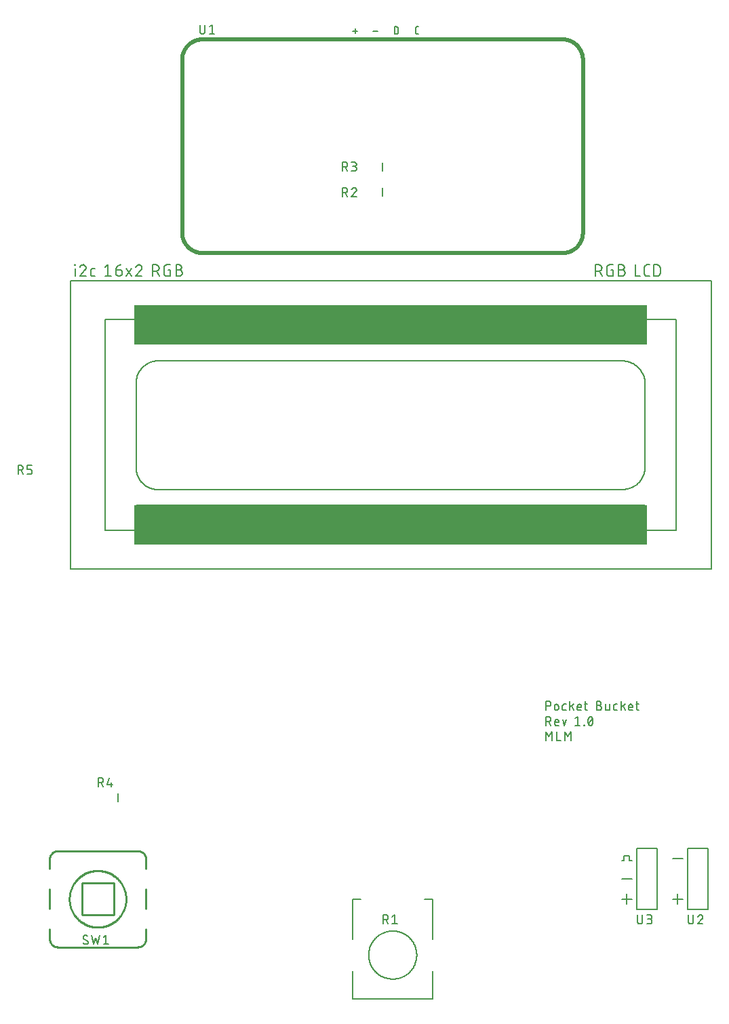
<source format=gbr>
G04 EAGLE Gerber RS-274X export*
G75*
%MOMM*%
%FSLAX34Y34*%
%LPD*%
%INSilkscreen Top*%
%IPPOS*%
%AMOC8*
5,1,8,0,0,1.08239X$1,22.5*%
G01*
%ADD10C,0.152400*%
%ADD11C,0.508000*%
%ADD12C,0.127000*%
%ADD13C,0.254000*%
%ADD14R,64.000000X5.000000*%


D10*
X686562Y375412D02*
X686562Y386588D01*
X689666Y386588D01*
X689777Y386586D01*
X689887Y386580D01*
X689998Y386570D01*
X690108Y386556D01*
X690217Y386539D01*
X690326Y386517D01*
X690434Y386492D01*
X690540Y386462D01*
X690646Y386429D01*
X690751Y386392D01*
X690854Y386352D01*
X690955Y386307D01*
X691055Y386260D01*
X691154Y386208D01*
X691250Y386153D01*
X691344Y386095D01*
X691436Y386034D01*
X691526Y385969D01*
X691614Y385901D01*
X691699Y385830D01*
X691781Y385756D01*
X691861Y385679D01*
X691938Y385599D01*
X692012Y385517D01*
X692083Y385432D01*
X692151Y385344D01*
X692216Y385254D01*
X692277Y385162D01*
X692335Y385068D01*
X692390Y384972D01*
X692442Y384873D01*
X692489Y384773D01*
X692534Y384672D01*
X692574Y384569D01*
X692611Y384464D01*
X692644Y384358D01*
X692674Y384252D01*
X692699Y384144D01*
X692721Y384035D01*
X692738Y383926D01*
X692752Y383816D01*
X692762Y383705D01*
X692768Y383595D01*
X692770Y383484D01*
X692768Y383373D01*
X692762Y383263D01*
X692752Y383152D01*
X692738Y383042D01*
X692721Y382933D01*
X692699Y382824D01*
X692674Y382716D01*
X692644Y382610D01*
X692611Y382504D01*
X692574Y382399D01*
X692534Y382296D01*
X692489Y382195D01*
X692442Y382095D01*
X692390Y381996D01*
X692335Y381900D01*
X692277Y381806D01*
X692216Y381714D01*
X692151Y381624D01*
X692083Y381536D01*
X692012Y381451D01*
X691938Y381369D01*
X691861Y381289D01*
X691781Y381212D01*
X691699Y381138D01*
X691614Y381067D01*
X691526Y380999D01*
X691436Y380934D01*
X691344Y380873D01*
X691250Y380815D01*
X691154Y380760D01*
X691055Y380708D01*
X690955Y380661D01*
X690854Y380616D01*
X690751Y380576D01*
X690646Y380539D01*
X690540Y380506D01*
X690434Y380476D01*
X690326Y380451D01*
X690217Y380429D01*
X690108Y380412D01*
X689998Y380398D01*
X689887Y380388D01*
X689777Y380382D01*
X689666Y380380D01*
X689666Y380379D02*
X686562Y380379D01*
X697258Y380379D02*
X697258Y377896D01*
X697258Y380379D02*
X697260Y380478D01*
X697266Y380576D01*
X697276Y380675D01*
X697289Y380772D01*
X697307Y380870D01*
X697328Y380966D01*
X697354Y381062D01*
X697383Y381156D01*
X697415Y381249D01*
X697452Y381341D01*
X697492Y381431D01*
X697536Y381520D01*
X697583Y381607D01*
X697633Y381692D01*
X697687Y381774D01*
X697744Y381855D01*
X697804Y381933D01*
X697868Y382009D01*
X697934Y382082D01*
X698003Y382153D01*
X698075Y382221D01*
X698150Y382285D01*
X698227Y382347D01*
X698306Y382406D01*
X698388Y382461D01*
X698472Y382514D01*
X698557Y382562D01*
X698645Y382608D01*
X698735Y382650D01*
X698826Y382688D01*
X698918Y382722D01*
X699012Y382753D01*
X699107Y382780D01*
X699203Y382804D01*
X699300Y382823D01*
X699397Y382839D01*
X699495Y382851D01*
X699594Y382859D01*
X699693Y382863D01*
X699791Y382863D01*
X699890Y382859D01*
X699989Y382851D01*
X700087Y382839D01*
X700184Y382823D01*
X700281Y382804D01*
X700377Y382780D01*
X700472Y382753D01*
X700566Y382722D01*
X700658Y382688D01*
X700749Y382650D01*
X700839Y382608D01*
X700927Y382562D01*
X701012Y382514D01*
X701096Y382461D01*
X701178Y382406D01*
X701257Y382347D01*
X701334Y382285D01*
X701409Y382221D01*
X701481Y382153D01*
X701550Y382082D01*
X701616Y382009D01*
X701680Y381933D01*
X701740Y381855D01*
X701797Y381774D01*
X701851Y381692D01*
X701901Y381607D01*
X701948Y381520D01*
X701992Y381431D01*
X702032Y381341D01*
X702069Y381249D01*
X702101Y381156D01*
X702130Y381062D01*
X702156Y380966D01*
X702177Y380870D01*
X702195Y380772D01*
X702208Y380675D01*
X702218Y380576D01*
X702224Y380478D01*
X702226Y380379D01*
X702225Y380379D02*
X702225Y377896D01*
X702226Y377896D02*
X702224Y377797D01*
X702218Y377699D01*
X702208Y377600D01*
X702195Y377503D01*
X702177Y377405D01*
X702156Y377309D01*
X702130Y377213D01*
X702101Y377119D01*
X702069Y377026D01*
X702032Y376934D01*
X701992Y376844D01*
X701948Y376755D01*
X701901Y376668D01*
X701851Y376583D01*
X701797Y376501D01*
X701740Y376420D01*
X701680Y376342D01*
X701616Y376266D01*
X701550Y376193D01*
X701481Y376122D01*
X701409Y376054D01*
X701334Y375990D01*
X701257Y375928D01*
X701178Y375869D01*
X701096Y375814D01*
X701012Y375761D01*
X700927Y375713D01*
X700839Y375667D01*
X700749Y375625D01*
X700658Y375587D01*
X700566Y375553D01*
X700472Y375522D01*
X700377Y375495D01*
X700281Y375471D01*
X700184Y375452D01*
X700087Y375436D01*
X699989Y375424D01*
X699890Y375416D01*
X699791Y375412D01*
X699693Y375412D01*
X699594Y375416D01*
X699495Y375424D01*
X699397Y375436D01*
X699300Y375452D01*
X699203Y375471D01*
X699107Y375495D01*
X699012Y375522D01*
X698918Y375553D01*
X698826Y375587D01*
X698735Y375625D01*
X698645Y375667D01*
X698557Y375713D01*
X698472Y375761D01*
X698388Y375814D01*
X698306Y375869D01*
X698227Y375928D01*
X698150Y375990D01*
X698075Y376054D01*
X698003Y376122D01*
X697934Y376193D01*
X697868Y376266D01*
X697804Y376342D01*
X697744Y376420D01*
X697687Y376501D01*
X697633Y376583D01*
X697583Y376668D01*
X697536Y376755D01*
X697492Y376844D01*
X697452Y376934D01*
X697415Y377026D01*
X697383Y377119D01*
X697354Y377213D01*
X697328Y377309D01*
X697307Y377405D01*
X697289Y377503D01*
X697276Y377600D01*
X697266Y377699D01*
X697260Y377797D01*
X697258Y377896D01*
X709043Y375412D02*
X711527Y375412D01*
X709043Y375412D02*
X708959Y375414D01*
X708876Y375419D01*
X708793Y375429D01*
X708710Y375442D01*
X708628Y375459D01*
X708547Y375479D01*
X708467Y375503D01*
X708388Y375531D01*
X708311Y375562D01*
X708235Y375596D01*
X708160Y375634D01*
X708087Y375676D01*
X708017Y375720D01*
X707948Y375768D01*
X707881Y375818D01*
X707817Y375872D01*
X707756Y375928D01*
X707696Y375988D01*
X707640Y376049D01*
X707586Y376113D01*
X707536Y376180D01*
X707488Y376249D01*
X707444Y376319D01*
X707402Y376392D01*
X707364Y376467D01*
X707330Y376543D01*
X707299Y376620D01*
X707271Y376699D01*
X707247Y376779D01*
X707227Y376860D01*
X707210Y376942D01*
X707197Y377025D01*
X707187Y377108D01*
X707182Y377191D01*
X707180Y377275D01*
X707181Y377275D02*
X707181Y381000D01*
X707180Y381000D02*
X707182Y381084D01*
X707188Y381167D01*
X707197Y381250D01*
X707210Y381333D01*
X707227Y381415D01*
X707247Y381496D01*
X707271Y381576D01*
X707299Y381655D01*
X707330Y381732D01*
X707364Y381808D01*
X707402Y381883D01*
X707444Y381956D01*
X707488Y382026D01*
X707536Y382095D01*
X707586Y382162D01*
X707640Y382226D01*
X707696Y382287D01*
X707756Y382347D01*
X707817Y382403D01*
X707881Y382457D01*
X707948Y382507D01*
X708017Y382555D01*
X708087Y382599D01*
X708160Y382641D01*
X708235Y382679D01*
X708311Y382713D01*
X708388Y382744D01*
X708467Y382772D01*
X708547Y382796D01*
X708628Y382816D01*
X708710Y382833D01*
X708793Y382846D01*
X708876Y382856D01*
X708959Y382861D01*
X709043Y382863D01*
X711527Y382863D01*
X716477Y386588D02*
X716477Y375412D01*
X716477Y379137D02*
X721445Y382863D01*
X718651Y380690D02*
X721445Y375412D01*
X727696Y375412D02*
X730800Y375412D01*
X727696Y375412D02*
X727612Y375414D01*
X727529Y375419D01*
X727446Y375429D01*
X727363Y375442D01*
X727281Y375459D01*
X727200Y375479D01*
X727120Y375503D01*
X727041Y375531D01*
X726964Y375562D01*
X726888Y375596D01*
X726813Y375634D01*
X726740Y375676D01*
X726670Y375720D01*
X726601Y375768D01*
X726534Y375818D01*
X726470Y375872D01*
X726409Y375928D01*
X726349Y375988D01*
X726293Y376049D01*
X726239Y376113D01*
X726189Y376180D01*
X726141Y376249D01*
X726097Y376319D01*
X726055Y376392D01*
X726017Y376467D01*
X725983Y376543D01*
X725952Y376620D01*
X725924Y376699D01*
X725900Y376779D01*
X725880Y376860D01*
X725863Y376942D01*
X725850Y377025D01*
X725840Y377108D01*
X725835Y377191D01*
X725833Y377275D01*
X725833Y380379D01*
X725835Y380478D01*
X725841Y380576D01*
X725851Y380675D01*
X725864Y380772D01*
X725882Y380870D01*
X725903Y380966D01*
X725929Y381062D01*
X725958Y381156D01*
X725990Y381249D01*
X726027Y381341D01*
X726067Y381431D01*
X726111Y381520D01*
X726158Y381607D01*
X726208Y381692D01*
X726262Y381774D01*
X726319Y381855D01*
X726379Y381933D01*
X726443Y382009D01*
X726509Y382082D01*
X726578Y382153D01*
X726650Y382221D01*
X726725Y382285D01*
X726802Y382347D01*
X726881Y382406D01*
X726963Y382461D01*
X727047Y382514D01*
X727132Y382562D01*
X727220Y382608D01*
X727310Y382650D01*
X727401Y382688D01*
X727493Y382722D01*
X727587Y382753D01*
X727682Y382780D01*
X727778Y382804D01*
X727875Y382823D01*
X727972Y382839D01*
X728070Y382851D01*
X728169Y382859D01*
X728268Y382863D01*
X728366Y382863D01*
X728465Y382859D01*
X728564Y382851D01*
X728662Y382839D01*
X728759Y382823D01*
X728856Y382804D01*
X728952Y382780D01*
X729047Y382753D01*
X729141Y382722D01*
X729233Y382688D01*
X729324Y382650D01*
X729414Y382608D01*
X729502Y382562D01*
X729587Y382514D01*
X729671Y382461D01*
X729753Y382406D01*
X729832Y382347D01*
X729909Y382285D01*
X729984Y382221D01*
X730056Y382153D01*
X730125Y382082D01*
X730191Y382009D01*
X730255Y381933D01*
X730315Y381855D01*
X730372Y381774D01*
X730426Y381692D01*
X730476Y381607D01*
X730523Y381520D01*
X730567Y381431D01*
X730607Y381341D01*
X730644Y381249D01*
X730676Y381156D01*
X730705Y381062D01*
X730731Y380966D01*
X730752Y380870D01*
X730770Y380772D01*
X730783Y380675D01*
X730793Y380576D01*
X730799Y380478D01*
X730801Y380379D01*
X730800Y380379D02*
X730800Y379137D01*
X725833Y379137D01*
X734721Y382863D02*
X738446Y382863D01*
X735962Y386588D02*
X735962Y377275D01*
X735964Y377191D01*
X735969Y377108D01*
X735979Y377025D01*
X735992Y376942D01*
X736009Y376860D01*
X736029Y376779D01*
X736053Y376699D01*
X736081Y376620D01*
X736112Y376543D01*
X736146Y376467D01*
X736184Y376392D01*
X736226Y376319D01*
X736270Y376249D01*
X736318Y376180D01*
X736368Y376113D01*
X736422Y376049D01*
X736478Y375988D01*
X736538Y375928D01*
X736599Y375872D01*
X736663Y375818D01*
X736730Y375768D01*
X736799Y375720D01*
X736869Y375676D01*
X736942Y375634D01*
X737017Y375596D01*
X737093Y375562D01*
X737170Y375531D01*
X737249Y375503D01*
X737329Y375479D01*
X737410Y375459D01*
X737492Y375442D01*
X737575Y375429D01*
X737658Y375419D01*
X737741Y375414D01*
X737825Y375412D01*
X738446Y375412D01*
X749808Y381621D02*
X752912Y381621D01*
X752912Y381620D02*
X753023Y381618D01*
X753133Y381612D01*
X753244Y381602D01*
X753354Y381588D01*
X753463Y381571D01*
X753572Y381549D01*
X753680Y381524D01*
X753786Y381494D01*
X753892Y381461D01*
X753997Y381424D01*
X754100Y381384D01*
X754201Y381339D01*
X754301Y381292D01*
X754400Y381240D01*
X754496Y381185D01*
X754590Y381127D01*
X754682Y381066D01*
X754772Y381001D01*
X754860Y380933D01*
X754945Y380862D01*
X755027Y380788D01*
X755107Y380711D01*
X755184Y380631D01*
X755258Y380549D01*
X755329Y380464D01*
X755397Y380376D01*
X755462Y380286D01*
X755523Y380194D01*
X755581Y380100D01*
X755636Y380004D01*
X755688Y379905D01*
X755735Y379805D01*
X755780Y379704D01*
X755820Y379601D01*
X755857Y379496D01*
X755890Y379390D01*
X755920Y379284D01*
X755945Y379176D01*
X755967Y379067D01*
X755984Y378958D01*
X755998Y378848D01*
X756008Y378737D01*
X756014Y378627D01*
X756016Y378516D01*
X756014Y378405D01*
X756008Y378295D01*
X755998Y378184D01*
X755984Y378074D01*
X755967Y377965D01*
X755945Y377856D01*
X755920Y377748D01*
X755890Y377642D01*
X755857Y377536D01*
X755820Y377431D01*
X755780Y377328D01*
X755735Y377227D01*
X755688Y377127D01*
X755636Y377028D01*
X755581Y376932D01*
X755523Y376838D01*
X755462Y376746D01*
X755397Y376656D01*
X755329Y376568D01*
X755258Y376483D01*
X755184Y376401D01*
X755107Y376321D01*
X755027Y376244D01*
X754945Y376170D01*
X754860Y376099D01*
X754772Y376031D01*
X754682Y375966D01*
X754590Y375905D01*
X754496Y375847D01*
X754400Y375792D01*
X754301Y375740D01*
X754201Y375693D01*
X754100Y375648D01*
X753997Y375608D01*
X753892Y375571D01*
X753786Y375538D01*
X753680Y375508D01*
X753572Y375483D01*
X753463Y375461D01*
X753354Y375444D01*
X753244Y375430D01*
X753133Y375420D01*
X753023Y375414D01*
X752912Y375412D01*
X749808Y375412D01*
X749808Y386588D01*
X752912Y386588D01*
X753011Y386586D01*
X753109Y386580D01*
X753208Y386570D01*
X753305Y386557D01*
X753403Y386539D01*
X753499Y386518D01*
X753595Y386492D01*
X753689Y386463D01*
X753782Y386431D01*
X753874Y386394D01*
X753964Y386354D01*
X754053Y386310D01*
X754140Y386263D01*
X754225Y386213D01*
X754307Y386159D01*
X754388Y386102D01*
X754466Y386042D01*
X754542Y385978D01*
X754615Y385912D01*
X754686Y385843D01*
X754754Y385771D01*
X754818Y385696D01*
X754880Y385619D01*
X754939Y385540D01*
X754994Y385458D01*
X755047Y385374D01*
X755095Y385289D01*
X755141Y385201D01*
X755183Y385111D01*
X755221Y385020D01*
X755255Y384928D01*
X755286Y384834D01*
X755313Y384739D01*
X755337Y384643D01*
X755356Y384546D01*
X755372Y384449D01*
X755384Y384351D01*
X755392Y384252D01*
X755396Y384153D01*
X755396Y384055D01*
X755392Y383956D01*
X755384Y383857D01*
X755372Y383759D01*
X755356Y383662D01*
X755337Y383565D01*
X755313Y383469D01*
X755286Y383374D01*
X755255Y383280D01*
X755221Y383188D01*
X755183Y383097D01*
X755141Y383007D01*
X755095Y382919D01*
X755047Y382834D01*
X754994Y382750D01*
X754939Y382668D01*
X754880Y382589D01*
X754818Y382512D01*
X754754Y382437D01*
X754686Y382365D01*
X754615Y382296D01*
X754542Y382230D01*
X754466Y382166D01*
X754388Y382106D01*
X754307Y382049D01*
X754225Y381995D01*
X754140Y381945D01*
X754053Y381898D01*
X753964Y381854D01*
X753874Y381814D01*
X753782Y381777D01*
X753689Y381745D01*
X753595Y381716D01*
X753499Y381690D01*
X753403Y381669D01*
X753305Y381651D01*
X753208Y381638D01*
X753109Y381628D01*
X753011Y381622D01*
X752912Y381620D01*
X760885Y382863D02*
X760885Y377275D01*
X760887Y377191D01*
X760892Y377108D01*
X760902Y377025D01*
X760915Y376942D01*
X760932Y376860D01*
X760952Y376779D01*
X760976Y376699D01*
X761004Y376620D01*
X761035Y376543D01*
X761069Y376467D01*
X761107Y376392D01*
X761149Y376319D01*
X761193Y376249D01*
X761241Y376180D01*
X761291Y376113D01*
X761345Y376049D01*
X761401Y375988D01*
X761461Y375928D01*
X761522Y375872D01*
X761586Y375818D01*
X761653Y375768D01*
X761722Y375720D01*
X761792Y375676D01*
X761865Y375634D01*
X761940Y375596D01*
X762016Y375562D01*
X762093Y375531D01*
X762172Y375503D01*
X762252Y375479D01*
X762333Y375459D01*
X762415Y375442D01*
X762498Y375429D01*
X762581Y375419D01*
X762664Y375414D01*
X762748Y375412D01*
X765852Y375412D01*
X765852Y382863D01*
X773051Y375412D02*
X775535Y375412D01*
X773051Y375412D02*
X772967Y375414D01*
X772884Y375419D01*
X772801Y375429D01*
X772718Y375442D01*
X772636Y375459D01*
X772555Y375479D01*
X772475Y375503D01*
X772396Y375531D01*
X772319Y375562D01*
X772243Y375596D01*
X772168Y375634D01*
X772095Y375676D01*
X772025Y375720D01*
X771956Y375768D01*
X771889Y375818D01*
X771825Y375872D01*
X771764Y375928D01*
X771704Y375988D01*
X771648Y376049D01*
X771594Y376113D01*
X771544Y376180D01*
X771496Y376249D01*
X771452Y376319D01*
X771410Y376392D01*
X771372Y376467D01*
X771338Y376543D01*
X771307Y376620D01*
X771279Y376699D01*
X771255Y376779D01*
X771235Y376860D01*
X771218Y376942D01*
X771205Y377025D01*
X771195Y377108D01*
X771190Y377191D01*
X771188Y377275D01*
X771189Y377275D02*
X771189Y381000D01*
X771188Y381000D02*
X771190Y381084D01*
X771196Y381167D01*
X771205Y381250D01*
X771218Y381333D01*
X771235Y381415D01*
X771255Y381496D01*
X771279Y381576D01*
X771307Y381655D01*
X771338Y381732D01*
X771372Y381808D01*
X771410Y381883D01*
X771452Y381956D01*
X771496Y382026D01*
X771544Y382095D01*
X771594Y382162D01*
X771648Y382226D01*
X771704Y382287D01*
X771764Y382347D01*
X771825Y382403D01*
X771889Y382457D01*
X771956Y382507D01*
X772025Y382555D01*
X772095Y382599D01*
X772168Y382641D01*
X772243Y382679D01*
X772319Y382713D01*
X772396Y382744D01*
X772475Y382772D01*
X772555Y382796D01*
X772636Y382816D01*
X772718Y382833D01*
X772801Y382846D01*
X772884Y382856D01*
X772967Y382861D01*
X773051Y382863D01*
X775535Y382863D01*
X780485Y386588D02*
X780485Y375412D01*
X780485Y379137D02*
X785452Y382863D01*
X782658Y380690D02*
X785452Y375412D01*
X791704Y375412D02*
X794808Y375412D01*
X791704Y375412D02*
X791620Y375414D01*
X791537Y375419D01*
X791454Y375429D01*
X791371Y375442D01*
X791289Y375459D01*
X791208Y375479D01*
X791128Y375503D01*
X791049Y375531D01*
X790972Y375562D01*
X790896Y375596D01*
X790821Y375634D01*
X790748Y375676D01*
X790678Y375720D01*
X790609Y375768D01*
X790542Y375818D01*
X790478Y375872D01*
X790417Y375928D01*
X790357Y375988D01*
X790301Y376049D01*
X790247Y376113D01*
X790197Y376180D01*
X790149Y376249D01*
X790105Y376319D01*
X790063Y376392D01*
X790025Y376467D01*
X789991Y376543D01*
X789960Y376620D01*
X789932Y376699D01*
X789908Y376779D01*
X789888Y376860D01*
X789871Y376942D01*
X789858Y377025D01*
X789848Y377108D01*
X789843Y377191D01*
X789841Y377275D01*
X789841Y380379D01*
X789840Y380379D02*
X789842Y380478D01*
X789848Y380576D01*
X789858Y380675D01*
X789871Y380772D01*
X789889Y380870D01*
X789910Y380966D01*
X789936Y381062D01*
X789965Y381156D01*
X789997Y381249D01*
X790034Y381341D01*
X790074Y381431D01*
X790118Y381520D01*
X790165Y381607D01*
X790215Y381692D01*
X790269Y381774D01*
X790326Y381855D01*
X790386Y381933D01*
X790450Y382009D01*
X790516Y382082D01*
X790585Y382153D01*
X790657Y382221D01*
X790732Y382285D01*
X790809Y382347D01*
X790888Y382406D01*
X790970Y382461D01*
X791054Y382514D01*
X791139Y382562D01*
X791227Y382608D01*
X791317Y382650D01*
X791408Y382688D01*
X791500Y382722D01*
X791594Y382753D01*
X791689Y382780D01*
X791785Y382804D01*
X791882Y382823D01*
X791979Y382839D01*
X792077Y382851D01*
X792176Y382859D01*
X792275Y382863D01*
X792373Y382863D01*
X792472Y382859D01*
X792571Y382851D01*
X792669Y382839D01*
X792766Y382823D01*
X792863Y382804D01*
X792959Y382780D01*
X793054Y382753D01*
X793148Y382722D01*
X793240Y382688D01*
X793331Y382650D01*
X793421Y382608D01*
X793509Y382562D01*
X793594Y382514D01*
X793678Y382461D01*
X793760Y382406D01*
X793839Y382347D01*
X793916Y382285D01*
X793991Y382221D01*
X794063Y382153D01*
X794132Y382082D01*
X794198Y382009D01*
X794262Y381933D01*
X794322Y381855D01*
X794379Y381774D01*
X794433Y381692D01*
X794483Y381607D01*
X794530Y381520D01*
X794574Y381431D01*
X794614Y381341D01*
X794651Y381249D01*
X794683Y381156D01*
X794712Y381062D01*
X794738Y380966D01*
X794759Y380870D01*
X794777Y380772D01*
X794790Y380675D01*
X794800Y380576D01*
X794806Y380478D01*
X794808Y380379D01*
X794808Y379137D01*
X789841Y379137D01*
X798728Y382863D02*
X802454Y382863D01*
X799970Y386588D02*
X799970Y377275D01*
X799972Y377191D01*
X799977Y377108D01*
X799987Y377025D01*
X800000Y376942D01*
X800017Y376860D01*
X800037Y376779D01*
X800061Y376699D01*
X800089Y376620D01*
X800120Y376543D01*
X800154Y376467D01*
X800192Y376392D01*
X800234Y376319D01*
X800278Y376249D01*
X800326Y376180D01*
X800376Y376113D01*
X800430Y376049D01*
X800486Y375988D01*
X800546Y375928D01*
X800607Y375872D01*
X800671Y375818D01*
X800738Y375768D01*
X800807Y375720D01*
X800877Y375676D01*
X800950Y375634D01*
X801025Y375596D01*
X801101Y375562D01*
X801178Y375531D01*
X801257Y375503D01*
X801337Y375479D01*
X801418Y375459D01*
X801500Y375442D01*
X801583Y375429D01*
X801666Y375419D01*
X801749Y375414D01*
X801833Y375412D01*
X802454Y375412D01*
X686562Y367538D02*
X686562Y356362D01*
X686562Y367538D02*
X689666Y367538D01*
X689777Y367536D01*
X689887Y367530D01*
X689998Y367520D01*
X690108Y367506D01*
X690217Y367489D01*
X690326Y367467D01*
X690434Y367442D01*
X690540Y367412D01*
X690646Y367379D01*
X690751Y367342D01*
X690854Y367302D01*
X690955Y367257D01*
X691055Y367210D01*
X691154Y367158D01*
X691250Y367103D01*
X691344Y367045D01*
X691436Y366984D01*
X691526Y366919D01*
X691614Y366851D01*
X691699Y366780D01*
X691781Y366706D01*
X691861Y366629D01*
X691938Y366549D01*
X692012Y366467D01*
X692083Y366382D01*
X692151Y366294D01*
X692216Y366204D01*
X692277Y366112D01*
X692335Y366018D01*
X692390Y365922D01*
X692442Y365823D01*
X692489Y365723D01*
X692534Y365622D01*
X692574Y365519D01*
X692611Y365414D01*
X692644Y365308D01*
X692674Y365202D01*
X692699Y365094D01*
X692721Y364985D01*
X692738Y364876D01*
X692752Y364766D01*
X692762Y364655D01*
X692768Y364545D01*
X692770Y364434D01*
X692768Y364323D01*
X692762Y364213D01*
X692752Y364102D01*
X692738Y363992D01*
X692721Y363883D01*
X692699Y363774D01*
X692674Y363666D01*
X692644Y363560D01*
X692611Y363454D01*
X692574Y363349D01*
X692534Y363246D01*
X692489Y363145D01*
X692442Y363045D01*
X692390Y362946D01*
X692335Y362850D01*
X692277Y362756D01*
X692216Y362664D01*
X692151Y362574D01*
X692083Y362486D01*
X692012Y362401D01*
X691938Y362319D01*
X691861Y362239D01*
X691781Y362162D01*
X691699Y362088D01*
X691614Y362017D01*
X691526Y361949D01*
X691436Y361884D01*
X691344Y361823D01*
X691250Y361765D01*
X691154Y361710D01*
X691055Y361658D01*
X690955Y361611D01*
X690854Y361566D01*
X690751Y361526D01*
X690646Y361489D01*
X690540Y361456D01*
X690434Y361426D01*
X690326Y361401D01*
X690217Y361379D01*
X690108Y361362D01*
X689998Y361348D01*
X689887Y361338D01*
X689777Y361332D01*
X689666Y361330D01*
X689666Y361329D02*
X686562Y361329D01*
X690287Y361329D02*
X692771Y356362D01*
X699622Y356362D02*
X702726Y356362D01*
X699622Y356362D02*
X699538Y356364D01*
X699455Y356369D01*
X699372Y356379D01*
X699289Y356392D01*
X699207Y356409D01*
X699126Y356429D01*
X699046Y356453D01*
X698967Y356481D01*
X698890Y356512D01*
X698814Y356546D01*
X698739Y356584D01*
X698666Y356626D01*
X698596Y356670D01*
X698527Y356718D01*
X698460Y356768D01*
X698396Y356822D01*
X698335Y356878D01*
X698275Y356938D01*
X698219Y356999D01*
X698165Y357063D01*
X698115Y357130D01*
X698067Y357199D01*
X698023Y357269D01*
X697981Y357342D01*
X697943Y357417D01*
X697909Y357493D01*
X697878Y357570D01*
X697850Y357649D01*
X697826Y357729D01*
X697806Y357810D01*
X697789Y357892D01*
X697776Y357975D01*
X697766Y358058D01*
X697761Y358141D01*
X697759Y358225D01*
X697759Y361329D01*
X697758Y361329D02*
X697760Y361428D01*
X697766Y361526D01*
X697776Y361625D01*
X697789Y361722D01*
X697807Y361820D01*
X697828Y361916D01*
X697854Y362012D01*
X697883Y362106D01*
X697915Y362199D01*
X697952Y362291D01*
X697992Y362381D01*
X698036Y362470D01*
X698083Y362557D01*
X698133Y362642D01*
X698187Y362724D01*
X698244Y362805D01*
X698304Y362883D01*
X698368Y362959D01*
X698434Y363032D01*
X698503Y363103D01*
X698575Y363171D01*
X698650Y363235D01*
X698727Y363297D01*
X698806Y363356D01*
X698888Y363411D01*
X698972Y363464D01*
X699057Y363512D01*
X699145Y363558D01*
X699235Y363600D01*
X699326Y363638D01*
X699418Y363672D01*
X699512Y363703D01*
X699607Y363730D01*
X699703Y363754D01*
X699800Y363773D01*
X699897Y363789D01*
X699995Y363801D01*
X700094Y363809D01*
X700193Y363813D01*
X700291Y363813D01*
X700390Y363809D01*
X700489Y363801D01*
X700587Y363789D01*
X700684Y363773D01*
X700781Y363754D01*
X700877Y363730D01*
X700972Y363703D01*
X701066Y363672D01*
X701158Y363638D01*
X701249Y363600D01*
X701339Y363558D01*
X701427Y363512D01*
X701512Y363464D01*
X701596Y363411D01*
X701678Y363356D01*
X701757Y363297D01*
X701834Y363235D01*
X701909Y363171D01*
X701981Y363103D01*
X702050Y363032D01*
X702116Y362959D01*
X702180Y362883D01*
X702240Y362805D01*
X702297Y362724D01*
X702351Y362642D01*
X702401Y362557D01*
X702448Y362470D01*
X702492Y362381D01*
X702532Y362291D01*
X702569Y362199D01*
X702601Y362106D01*
X702630Y362012D01*
X702656Y361916D01*
X702677Y361820D01*
X702695Y361722D01*
X702708Y361625D01*
X702718Y361526D01*
X702724Y361428D01*
X702726Y361329D01*
X702726Y360087D01*
X697759Y360087D01*
X707284Y363813D02*
X709767Y356362D01*
X712251Y363813D01*
X723046Y365054D02*
X726150Y367538D01*
X726150Y356362D01*
X723046Y356362D02*
X729255Y356362D01*
X733841Y356362D02*
X733841Y356983D01*
X734462Y356983D01*
X734462Y356362D01*
X733841Y356362D01*
X739048Y361950D02*
X739051Y362170D01*
X739058Y362390D01*
X739072Y362609D01*
X739090Y362828D01*
X739114Y363047D01*
X739142Y363265D01*
X739176Y363482D01*
X739215Y363698D01*
X739260Y363914D01*
X739309Y364128D01*
X739364Y364341D01*
X739423Y364553D01*
X739488Y364763D01*
X739558Y364971D01*
X739632Y365178D01*
X739712Y365383D01*
X739796Y365586D01*
X739885Y365787D01*
X739979Y365986D01*
X740012Y366075D01*
X740048Y366163D01*
X740088Y366249D01*
X740131Y366334D01*
X740178Y366416D01*
X740229Y366497D01*
X740282Y366575D01*
X740339Y366651D01*
X740399Y366725D01*
X740462Y366796D01*
X740527Y366865D01*
X740596Y366931D01*
X740667Y366993D01*
X740741Y367053D01*
X740817Y367110D01*
X740895Y367164D01*
X740976Y367214D01*
X741058Y367261D01*
X741143Y367304D01*
X741229Y367344D01*
X741317Y367381D01*
X741406Y367413D01*
X741496Y367442D01*
X741588Y367468D01*
X741680Y367489D01*
X741774Y367507D01*
X741868Y367520D01*
X741962Y367530D01*
X742057Y367536D01*
X742152Y367538D01*
X742247Y367536D01*
X742342Y367530D01*
X742436Y367520D01*
X742530Y367507D01*
X742624Y367489D01*
X742716Y367468D01*
X742808Y367442D01*
X742898Y367413D01*
X742987Y367381D01*
X743075Y367344D01*
X743161Y367304D01*
X743246Y367261D01*
X743328Y367214D01*
X743409Y367164D01*
X743487Y367110D01*
X743563Y367053D01*
X743637Y366993D01*
X743708Y366931D01*
X743777Y366865D01*
X743842Y366796D01*
X743905Y366725D01*
X743965Y366651D01*
X744022Y366575D01*
X744075Y366497D01*
X744126Y366416D01*
X744173Y366333D01*
X744216Y366249D01*
X744256Y366163D01*
X744292Y366075D01*
X744325Y365986D01*
X744326Y365986D02*
X744420Y365787D01*
X744509Y365586D01*
X744593Y365383D01*
X744673Y365178D01*
X744747Y364971D01*
X744817Y364763D01*
X744882Y364553D01*
X744941Y364341D01*
X744996Y364128D01*
X745045Y363914D01*
X745090Y363698D01*
X745129Y363482D01*
X745163Y363265D01*
X745191Y363047D01*
X745215Y362828D01*
X745233Y362609D01*
X745247Y362390D01*
X745254Y362170D01*
X745257Y361950D01*
X739048Y361950D02*
X739051Y361730D01*
X739058Y361510D01*
X739072Y361291D01*
X739090Y361072D01*
X739114Y360853D01*
X739142Y360635D01*
X739176Y360418D01*
X739215Y360202D01*
X739260Y359986D01*
X739309Y359772D01*
X739364Y359559D01*
X739423Y359348D01*
X739488Y359137D01*
X739558Y358929D01*
X739632Y358722D01*
X739712Y358517D01*
X739796Y358314D01*
X739885Y358113D01*
X739979Y357914D01*
X740012Y357825D01*
X740048Y357737D01*
X740088Y357651D01*
X740131Y357566D01*
X740178Y357484D01*
X740229Y357403D01*
X740282Y357325D01*
X740339Y357249D01*
X740399Y357175D01*
X740462Y357104D01*
X740527Y357035D01*
X740596Y356969D01*
X740667Y356907D01*
X740741Y356847D01*
X740817Y356790D01*
X740895Y356736D01*
X740976Y356686D01*
X741058Y356639D01*
X741143Y356596D01*
X741229Y356556D01*
X741317Y356519D01*
X741406Y356487D01*
X741496Y356458D01*
X741588Y356432D01*
X741680Y356411D01*
X741774Y356393D01*
X741868Y356380D01*
X741962Y356370D01*
X742057Y356364D01*
X742152Y356362D01*
X744326Y357914D02*
X744420Y358113D01*
X744509Y358314D01*
X744593Y358517D01*
X744673Y358722D01*
X744747Y358929D01*
X744817Y359137D01*
X744882Y359347D01*
X744941Y359559D01*
X744996Y359772D01*
X745045Y359986D01*
X745090Y360202D01*
X745129Y360418D01*
X745163Y360635D01*
X745191Y360853D01*
X745215Y361072D01*
X745233Y361291D01*
X745247Y361510D01*
X745254Y361730D01*
X745257Y361950D01*
X744325Y357914D02*
X744292Y357825D01*
X744256Y357737D01*
X744216Y357651D01*
X744173Y357566D01*
X744126Y357484D01*
X744075Y357403D01*
X744022Y357325D01*
X743965Y357249D01*
X743905Y357175D01*
X743842Y357104D01*
X743777Y357035D01*
X743708Y356969D01*
X743637Y356907D01*
X743563Y356847D01*
X743487Y356790D01*
X743409Y356736D01*
X743328Y356686D01*
X743246Y356639D01*
X743161Y356596D01*
X743075Y356556D01*
X742987Y356519D01*
X742898Y356487D01*
X742808Y356458D01*
X742716Y356432D01*
X742624Y356411D01*
X742530Y356393D01*
X742436Y356380D01*
X742342Y356370D01*
X742247Y356364D01*
X742152Y356362D01*
X739669Y358846D02*
X744636Y365054D01*
X686562Y348488D02*
X686562Y337312D01*
X690287Y342279D02*
X686562Y348488D01*
X690287Y342279D02*
X694013Y348488D01*
X694013Y337312D01*
X700165Y337312D02*
X700165Y348488D01*
X700165Y337312D02*
X705132Y337312D01*
X710184Y337312D02*
X710184Y348488D01*
X713909Y342279D01*
X717635Y348488D01*
X717635Y337312D01*
D11*
X707390Y946150D02*
X708004Y946157D01*
X708617Y946180D01*
X709230Y946217D01*
X709841Y946269D01*
X710452Y946335D01*
X711060Y946417D01*
X711666Y946513D01*
X712270Y946623D01*
X712871Y946748D01*
X713469Y946888D01*
X714063Y947042D01*
X714653Y947211D01*
X715239Y947393D01*
X715820Y947590D01*
X716397Y947801D01*
X716968Y948025D01*
X717534Y948263D01*
X718094Y948515D01*
X718647Y948781D01*
X719194Y949059D01*
X719734Y949351D01*
X720267Y949656D01*
X720792Y949974D01*
X721310Y950304D01*
X721819Y950646D01*
X722320Y951001D01*
X722812Y951368D01*
X723295Y951746D01*
X723769Y952136D01*
X724233Y952538D01*
X724688Y952950D01*
X725132Y953374D01*
X725566Y953808D01*
X725990Y954252D01*
X726402Y954707D01*
X726804Y955171D01*
X727194Y955645D01*
X727572Y956128D01*
X727939Y956620D01*
X728294Y957121D01*
X728636Y957630D01*
X728966Y958148D01*
X729284Y958673D01*
X729589Y959206D01*
X729881Y959746D01*
X730159Y960293D01*
X730425Y960846D01*
X730677Y961406D01*
X730915Y961972D01*
X731139Y962543D01*
X731350Y963120D01*
X731547Y963701D01*
X731729Y964287D01*
X731898Y964877D01*
X732052Y965471D01*
X732192Y966069D01*
X732317Y966670D01*
X732427Y967274D01*
X732523Y967880D01*
X732605Y968488D01*
X732671Y969099D01*
X732723Y969710D01*
X732760Y970323D01*
X732783Y970936D01*
X732790Y971550D01*
X732790Y1187450D01*
X732783Y1188064D01*
X732760Y1188677D01*
X732723Y1189290D01*
X732671Y1189901D01*
X732605Y1190512D01*
X732523Y1191120D01*
X732427Y1191726D01*
X732317Y1192330D01*
X732192Y1192931D01*
X732052Y1193529D01*
X731898Y1194123D01*
X731729Y1194713D01*
X731547Y1195299D01*
X731350Y1195880D01*
X731139Y1196457D01*
X730915Y1197028D01*
X730677Y1197594D01*
X730425Y1198154D01*
X730159Y1198707D01*
X729881Y1199254D01*
X729589Y1199794D01*
X729284Y1200327D01*
X728966Y1200852D01*
X728636Y1201370D01*
X728294Y1201879D01*
X727939Y1202380D01*
X727572Y1202872D01*
X727194Y1203355D01*
X726804Y1203829D01*
X726402Y1204293D01*
X725990Y1204748D01*
X725566Y1205192D01*
X725132Y1205626D01*
X724688Y1206050D01*
X724233Y1206462D01*
X723769Y1206864D01*
X723295Y1207254D01*
X722812Y1207632D01*
X722320Y1207999D01*
X721819Y1208354D01*
X721310Y1208696D01*
X720792Y1209026D01*
X720267Y1209344D01*
X719734Y1209649D01*
X719194Y1209941D01*
X718647Y1210219D01*
X718094Y1210485D01*
X717534Y1210737D01*
X716968Y1210975D01*
X716397Y1211199D01*
X715820Y1211410D01*
X715239Y1211607D01*
X714653Y1211789D01*
X714063Y1211958D01*
X713469Y1212112D01*
X712871Y1212252D01*
X712270Y1212377D01*
X711666Y1212487D01*
X711060Y1212583D01*
X710452Y1212665D01*
X709841Y1212731D01*
X709230Y1212783D01*
X708617Y1212820D01*
X708004Y1212843D01*
X707390Y1212850D01*
X257810Y1212850D01*
X257196Y1212843D01*
X256583Y1212820D01*
X255970Y1212783D01*
X255359Y1212731D01*
X254748Y1212665D01*
X254140Y1212583D01*
X253534Y1212487D01*
X252930Y1212377D01*
X252329Y1212252D01*
X251731Y1212112D01*
X251137Y1211958D01*
X250547Y1211789D01*
X249961Y1211607D01*
X249380Y1211410D01*
X248803Y1211199D01*
X248232Y1210975D01*
X247666Y1210737D01*
X247106Y1210485D01*
X246553Y1210219D01*
X246006Y1209941D01*
X245466Y1209649D01*
X244933Y1209344D01*
X244408Y1209026D01*
X243890Y1208696D01*
X243381Y1208354D01*
X242880Y1207999D01*
X242388Y1207632D01*
X241905Y1207254D01*
X241431Y1206864D01*
X240967Y1206462D01*
X240512Y1206050D01*
X240068Y1205626D01*
X239634Y1205192D01*
X239210Y1204748D01*
X238798Y1204293D01*
X238396Y1203829D01*
X238006Y1203355D01*
X237628Y1202872D01*
X237261Y1202380D01*
X236906Y1201879D01*
X236564Y1201370D01*
X236234Y1200852D01*
X235916Y1200327D01*
X235611Y1199794D01*
X235319Y1199254D01*
X235041Y1198707D01*
X234775Y1198154D01*
X234523Y1197594D01*
X234285Y1197028D01*
X234061Y1196457D01*
X233850Y1195880D01*
X233653Y1195299D01*
X233471Y1194713D01*
X233302Y1194123D01*
X233148Y1193529D01*
X233008Y1192931D01*
X232883Y1192330D01*
X232773Y1191726D01*
X232677Y1191120D01*
X232595Y1190512D01*
X232529Y1189901D01*
X232477Y1189290D01*
X232440Y1188677D01*
X232417Y1188064D01*
X232410Y1187450D01*
X232410Y971550D01*
X232417Y970936D01*
X232440Y970323D01*
X232477Y969710D01*
X232529Y969099D01*
X232595Y968488D01*
X232677Y967880D01*
X232773Y967274D01*
X232883Y966670D01*
X233008Y966069D01*
X233148Y965471D01*
X233302Y964877D01*
X233471Y964287D01*
X233653Y963701D01*
X233850Y963120D01*
X234061Y962543D01*
X234285Y961972D01*
X234523Y961406D01*
X234775Y960846D01*
X235041Y960293D01*
X235319Y959746D01*
X235611Y959206D01*
X235916Y958673D01*
X236234Y958148D01*
X236564Y957630D01*
X236906Y957121D01*
X237261Y956620D01*
X237628Y956128D01*
X238006Y955645D01*
X238396Y955171D01*
X238798Y954707D01*
X239210Y954252D01*
X239634Y953808D01*
X240068Y953374D01*
X240512Y952950D01*
X240967Y952538D01*
X241431Y952136D01*
X241905Y951746D01*
X242388Y951368D01*
X242880Y951001D01*
X243381Y950646D01*
X243890Y950304D01*
X244408Y949974D01*
X244933Y949656D01*
X245466Y949351D01*
X246006Y949059D01*
X246553Y948781D01*
X247106Y948515D01*
X247666Y948263D01*
X248232Y948025D01*
X248803Y947801D01*
X249380Y947590D01*
X249961Y947393D01*
X250547Y947211D01*
X251137Y947042D01*
X251731Y946888D01*
X252329Y946748D01*
X252930Y946623D01*
X253534Y946513D01*
X254140Y946417D01*
X254748Y946335D01*
X255359Y946269D01*
X255970Y946217D01*
X256583Y946180D01*
X257196Y946157D01*
X257810Y946150D01*
X707390Y946150D01*
D12*
X527685Y1219835D02*
X525709Y1219835D01*
X525623Y1219837D01*
X525537Y1219843D01*
X525451Y1219852D01*
X525366Y1219865D01*
X525281Y1219882D01*
X525198Y1219902D01*
X525115Y1219926D01*
X525033Y1219954D01*
X524953Y1219985D01*
X524874Y1220020D01*
X524797Y1220058D01*
X524721Y1220100D01*
X524647Y1220144D01*
X524576Y1220192D01*
X524506Y1220243D01*
X524439Y1220297D01*
X524374Y1220354D01*
X524312Y1220414D01*
X524252Y1220476D01*
X524195Y1220541D01*
X524141Y1220608D01*
X524090Y1220678D01*
X524042Y1220749D01*
X523998Y1220823D01*
X523956Y1220899D01*
X523918Y1220976D01*
X523883Y1221055D01*
X523852Y1221135D01*
X523824Y1221217D01*
X523800Y1221300D01*
X523780Y1221383D01*
X523763Y1221468D01*
X523750Y1221553D01*
X523741Y1221639D01*
X523735Y1221725D01*
X523733Y1221811D01*
X523734Y1221811D02*
X523734Y1226749D01*
X523733Y1226749D02*
X523735Y1226838D01*
X523741Y1226926D01*
X523751Y1227014D01*
X523765Y1227102D01*
X523783Y1227189D01*
X523804Y1227275D01*
X523830Y1227360D01*
X523859Y1227443D01*
X523892Y1227526D01*
X523929Y1227606D01*
X523969Y1227685D01*
X524013Y1227762D01*
X524060Y1227838D01*
X524110Y1227910D01*
X524164Y1227981D01*
X524221Y1228049D01*
X524281Y1228115D01*
X524343Y1228177D01*
X524409Y1228237D01*
X524477Y1228294D01*
X524548Y1228348D01*
X524620Y1228398D01*
X524695Y1228445D01*
X524773Y1228489D01*
X524852Y1228529D01*
X524932Y1228566D01*
X525015Y1228599D01*
X525098Y1228628D01*
X525183Y1228654D01*
X525269Y1228675D01*
X525356Y1228693D01*
X525444Y1228707D01*
X525532Y1228717D01*
X525620Y1228723D01*
X525709Y1228725D01*
X527685Y1228725D01*
X497346Y1228725D02*
X497346Y1219835D01*
X497346Y1228725D02*
X499816Y1228725D01*
X499913Y1228723D01*
X500010Y1228717D01*
X500106Y1228708D01*
X500202Y1228695D01*
X500298Y1228678D01*
X500392Y1228657D01*
X500486Y1228632D01*
X500579Y1228604D01*
X500671Y1228572D01*
X500761Y1228537D01*
X500850Y1228498D01*
X500937Y1228456D01*
X501022Y1228410D01*
X501106Y1228361D01*
X501188Y1228309D01*
X501267Y1228253D01*
X501345Y1228195D01*
X501419Y1228133D01*
X501492Y1228069D01*
X501562Y1228002D01*
X501629Y1227932D01*
X501693Y1227859D01*
X501755Y1227785D01*
X501813Y1227707D01*
X501869Y1227628D01*
X501921Y1227546D01*
X501970Y1227462D01*
X502016Y1227377D01*
X502058Y1227290D01*
X502097Y1227201D01*
X502132Y1227111D01*
X502164Y1227019D01*
X502192Y1226926D01*
X502217Y1226832D01*
X502238Y1226738D01*
X502255Y1226642D01*
X502268Y1226546D01*
X502277Y1226450D01*
X502283Y1226353D01*
X502285Y1226256D01*
X502285Y1222304D01*
X502283Y1222207D01*
X502277Y1222110D01*
X502268Y1222014D01*
X502255Y1221918D01*
X502238Y1221822D01*
X502217Y1221728D01*
X502192Y1221634D01*
X502164Y1221541D01*
X502132Y1221449D01*
X502097Y1221359D01*
X502058Y1221270D01*
X502016Y1221183D01*
X501970Y1221098D01*
X501921Y1221014D01*
X501869Y1220932D01*
X501813Y1220853D01*
X501755Y1220775D01*
X501693Y1220701D01*
X501629Y1220628D01*
X501562Y1220558D01*
X501492Y1220491D01*
X501419Y1220427D01*
X501345Y1220365D01*
X501267Y1220307D01*
X501188Y1220251D01*
X501106Y1220199D01*
X501022Y1220150D01*
X500937Y1220104D01*
X500850Y1220062D01*
X500761Y1220023D01*
X500671Y1219988D01*
X500579Y1219956D01*
X500486Y1219928D01*
X500392Y1219903D01*
X500298Y1219882D01*
X500202Y1219865D01*
X500106Y1219852D01*
X500010Y1219843D01*
X499913Y1219837D01*
X499816Y1219835D01*
X497346Y1219835D01*
X476885Y1223292D02*
X470958Y1223292D01*
X451485Y1223292D02*
X445558Y1223292D01*
X448522Y1220329D02*
X448522Y1226256D01*
D10*
X254762Y1223066D02*
X254762Y1231138D01*
X254762Y1223066D02*
X254764Y1222955D01*
X254770Y1222845D01*
X254780Y1222734D01*
X254794Y1222624D01*
X254811Y1222515D01*
X254833Y1222406D01*
X254858Y1222298D01*
X254888Y1222192D01*
X254921Y1222086D01*
X254958Y1221981D01*
X254998Y1221878D01*
X255043Y1221777D01*
X255090Y1221677D01*
X255142Y1221578D01*
X255197Y1221482D01*
X255255Y1221388D01*
X255316Y1221296D01*
X255381Y1221206D01*
X255449Y1221118D01*
X255520Y1221033D01*
X255594Y1220951D01*
X255671Y1220871D01*
X255751Y1220794D01*
X255833Y1220720D01*
X255918Y1220649D01*
X256006Y1220581D01*
X256096Y1220516D01*
X256188Y1220455D01*
X256282Y1220397D01*
X256378Y1220342D01*
X256477Y1220290D01*
X256577Y1220243D01*
X256678Y1220198D01*
X256781Y1220158D01*
X256886Y1220121D01*
X256992Y1220088D01*
X257098Y1220058D01*
X257206Y1220033D01*
X257315Y1220011D01*
X257424Y1219994D01*
X257534Y1219980D01*
X257645Y1219970D01*
X257755Y1219964D01*
X257866Y1219962D01*
X257977Y1219964D01*
X258087Y1219970D01*
X258198Y1219980D01*
X258308Y1219994D01*
X258417Y1220011D01*
X258526Y1220033D01*
X258634Y1220058D01*
X258740Y1220088D01*
X258846Y1220121D01*
X258951Y1220158D01*
X259054Y1220198D01*
X259155Y1220243D01*
X259255Y1220290D01*
X259354Y1220342D01*
X259450Y1220397D01*
X259544Y1220455D01*
X259636Y1220516D01*
X259726Y1220581D01*
X259814Y1220649D01*
X259899Y1220720D01*
X259981Y1220794D01*
X260061Y1220871D01*
X260138Y1220951D01*
X260212Y1221033D01*
X260283Y1221118D01*
X260351Y1221206D01*
X260416Y1221296D01*
X260477Y1221388D01*
X260535Y1221482D01*
X260590Y1221578D01*
X260642Y1221677D01*
X260689Y1221777D01*
X260734Y1221878D01*
X260774Y1221981D01*
X260811Y1222086D01*
X260844Y1222192D01*
X260874Y1222298D01*
X260899Y1222406D01*
X260921Y1222515D01*
X260938Y1222624D01*
X260952Y1222734D01*
X260962Y1222845D01*
X260968Y1222955D01*
X260970Y1223066D01*
X260971Y1223066D02*
X260971Y1231138D01*
X266573Y1228654D02*
X269677Y1231138D01*
X269677Y1219962D01*
X266573Y1219962D02*
X272782Y1219962D01*
D12*
X863600Y203200D02*
X889000Y203200D01*
X889000Y127000D01*
X863600Y127000D01*
X863600Y203200D01*
X850900Y146050D02*
X850900Y133350D01*
X844550Y139700D02*
X857250Y139700D01*
X857250Y190500D02*
X844550Y190500D01*
D10*
X864362Y119888D02*
X864362Y111816D01*
X864364Y111705D01*
X864370Y111595D01*
X864380Y111484D01*
X864394Y111374D01*
X864411Y111265D01*
X864433Y111156D01*
X864458Y111048D01*
X864488Y110942D01*
X864521Y110836D01*
X864558Y110731D01*
X864598Y110628D01*
X864643Y110527D01*
X864690Y110427D01*
X864742Y110328D01*
X864797Y110232D01*
X864855Y110138D01*
X864916Y110046D01*
X864981Y109956D01*
X865049Y109868D01*
X865120Y109783D01*
X865194Y109701D01*
X865271Y109621D01*
X865351Y109544D01*
X865433Y109470D01*
X865518Y109399D01*
X865606Y109331D01*
X865696Y109266D01*
X865788Y109205D01*
X865882Y109147D01*
X865978Y109092D01*
X866077Y109040D01*
X866177Y108993D01*
X866278Y108948D01*
X866381Y108908D01*
X866486Y108871D01*
X866592Y108838D01*
X866698Y108808D01*
X866806Y108783D01*
X866915Y108761D01*
X867024Y108744D01*
X867134Y108730D01*
X867245Y108720D01*
X867355Y108714D01*
X867466Y108712D01*
X867577Y108714D01*
X867687Y108720D01*
X867798Y108730D01*
X867908Y108744D01*
X868017Y108761D01*
X868126Y108783D01*
X868234Y108808D01*
X868340Y108838D01*
X868446Y108871D01*
X868551Y108908D01*
X868654Y108948D01*
X868755Y108993D01*
X868855Y109040D01*
X868954Y109092D01*
X869050Y109147D01*
X869144Y109205D01*
X869236Y109266D01*
X869326Y109331D01*
X869414Y109399D01*
X869499Y109470D01*
X869581Y109544D01*
X869661Y109621D01*
X869738Y109701D01*
X869812Y109783D01*
X869883Y109868D01*
X869951Y109956D01*
X870016Y110046D01*
X870077Y110138D01*
X870135Y110232D01*
X870190Y110328D01*
X870242Y110427D01*
X870289Y110527D01*
X870334Y110628D01*
X870374Y110731D01*
X870411Y110836D01*
X870444Y110942D01*
X870474Y111048D01*
X870499Y111156D01*
X870521Y111265D01*
X870538Y111374D01*
X870552Y111484D01*
X870562Y111595D01*
X870568Y111705D01*
X870570Y111816D01*
X870571Y111816D02*
X870571Y119888D01*
X879588Y119888D02*
X879692Y119886D01*
X879797Y119880D01*
X879901Y119870D01*
X880004Y119857D01*
X880107Y119839D01*
X880210Y119818D01*
X880311Y119793D01*
X880412Y119764D01*
X880511Y119731D01*
X880609Y119695D01*
X880705Y119655D01*
X880800Y119611D01*
X880894Y119564D01*
X880985Y119514D01*
X881074Y119460D01*
X881162Y119403D01*
X881247Y119342D01*
X881330Y119278D01*
X881410Y119212D01*
X881488Y119142D01*
X881564Y119070D01*
X881636Y118994D01*
X881706Y118916D01*
X881772Y118836D01*
X881836Y118753D01*
X881897Y118668D01*
X881954Y118580D01*
X882008Y118491D01*
X882058Y118400D01*
X882105Y118306D01*
X882149Y118211D01*
X882189Y118115D01*
X882225Y118017D01*
X882258Y117918D01*
X882287Y117817D01*
X882312Y117716D01*
X882333Y117613D01*
X882351Y117510D01*
X882364Y117407D01*
X882374Y117303D01*
X882380Y117198D01*
X882382Y117094D01*
X879588Y119889D02*
X879469Y119887D01*
X879351Y119881D01*
X879232Y119871D01*
X879114Y119858D01*
X878997Y119840D01*
X878880Y119818D01*
X878764Y119793D01*
X878649Y119764D01*
X878534Y119731D01*
X878421Y119694D01*
X878310Y119654D01*
X878199Y119610D01*
X878091Y119562D01*
X877984Y119511D01*
X877878Y119456D01*
X877775Y119397D01*
X877673Y119336D01*
X877574Y119271D01*
X877476Y119202D01*
X877382Y119131D01*
X877289Y119056D01*
X877199Y118979D01*
X877112Y118898D01*
X877027Y118815D01*
X876945Y118729D01*
X876866Y118640D01*
X876790Y118549D01*
X876717Y118455D01*
X876648Y118359D01*
X876581Y118260D01*
X876518Y118160D01*
X876458Y118057D01*
X876401Y117953D01*
X876349Y117846D01*
X876299Y117738D01*
X876253Y117629D01*
X876211Y117517D01*
X876173Y117405D01*
X881451Y114921D02*
X881526Y114995D01*
X881598Y115072D01*
X881668Y115151D01*
X881735Y115233D01*
X881799Y115317D01*
X881860Y115403D01*
X881918Y115491D01*
X881973Y115582D01*
X882025Y115674D01*
X882073Y115768D01*
X882118Y115863D01*
X882160Y115961D01*
X882198Y116059D01*
X882233Y116159D01*
X882264Y116260D01*
X882291Y116362D01*
X882315Y116465D01*
X882336Y116568D01*
X882352Y116673D01*
X882365Y116778D01*
X882375Y116883D01*
X882380Y116988D01*
X882382Y117094D01*
X881451Y114921D02*
X876173Y108712D01*
X882382Y108712D01*
D12*
X825500Y203200D02*
X800100Y203200D01*
X825500Y203200D02*
X825500Y127000D01*
X800100Y127000D01*
X800100Y203200D01*
X787400Y146050D02*
X787400Y133350D01*
X781050Y139700D02*
X793750Y139700D01*
X793750Y165100D02*
X781050Y165100D01*
X781050Y187325D02*
X784225Y187325D01*
X784225Y193675D01*
X790575Y193675D01*
X790575Y187325D01*
X793750Y187325D01*
D10*
X800862Y119888D02*
X800862Y111816D01*
X800864Y111705D01*
X800870Y111595D01*
X800880Y111484D01*
X800894Y111374D01*
X800911Y111265D01*
X800933Y111156D01*
X800958Y111048D01*
X800988Y110942D01*
X801021Y110836D01*
X801058Y110731D01*
X801098Y110628D01*
X801143Y110527D01*
X801190Y110427D01*
X801242Y110328D01*
X801297Y110232D01*
X801355Y110138D01*
X801416Y110046D01*
X801481Y109956D01*
X801549Y109868D01*
X801620Y109783D01*
X801694Y109701D01*
X801771Y109621D01*
X801851Y109544D01*
X801933Y109470D01*
X802018Y109399D01*
X802106Y109331D01*
X802196Y109266D01*
X802288Y109205D01*
X802382Y109147D01*
X802478Y109092D01*
X802577Y109040D01*
X802677Y108993D01*
X802778Y108948D01*
X802881Y108908D01*
X802986Y108871D01*
X803092Y108838D01*
X803198Y108808D01*
X803306Y108783D01*
X803415Y108761D01*
X803524Y108744D01*
X803634Y108730D01*
X803745Y108720D01*
X803855Y108714D01*
X803966Y108712D01*
X804077Y108714D01*
X804187Y108720D01*
X804298Y108730D01*
X804408Y108744D01*
X804517Y108761D01*
X804626Y108783D01*
X804734Y108808D01*
X804840Y108838D01*
X804946Y108871D01*
X805051Y108908D01*
X805154Y108948D01*
X805255Y108993D01*
X805355Y109040D01*
X805454Y109092D01*
X805550Y109147D01*
X805644Y109205D01*
X805736Y109266D01*
X805826Y109331D01*
X805914Y109399D01*
X805999Y109470D01*
X806081Y109544D01*
X806161Y109621D01*
X806238Y109701D01*
X806312Y109783D01*
X806383Y109868D01*
X806451Y109956D01*
X806516Y110046D01*
X806577Y110138D01*
X806635Y110232D01*
X806690Y110328D01*
X806742Y110427D01*
X806789Y110527D01*
X806834Y110628D01*
X806874Y110731D01*
X806911Y110836D01*
X806944Y110942D01*
X806974Y111048D01*
X806999Y111156D01*
X807021Y111265D01*
X807038Y111374D01*
X807052Y111484D01*
X807062Y111595D01*
X807068Y111705D01*
X807070Y111816D01*
X807071Y111816D02*
X807071Y119888D01*
X812673Y108712D02*
X815777Y108712D01*
X815888Y108714D01*
X815998Y108720D01*
X816109Y108730D01*
X816219Y108744D01*
X816328Y108761D01*
X816437Y108783D01*
X816545Y108808D01*
X816651Y108838D01*
X816757Y108871D01*
X816862Y108908D01*
X816965Y108948D01*
X817066Y108993D01*
X817166Y109040D01*
X817265Y109092D01*
X817361Y109147D01*
X817455Y109205D01*
X817547Y109266D01*
X817637Y109331D01*
X817725Y109399D01*
X817810Y109470D01*
X817892Y109544D01*
X817972Y109621D01*
X818049Y109701D01*
X818123Y109783D01*
X818194Y109868D01*
X818262Y109956D01*
X818327Y110046D01*
X818388Y110138D01*
X818446Y110232D01*
X818501Y110328D01*
X818553Y110427D01*
X818600Y110527D01*
X818645Y110628D01*
X818685Y110731D01*
X818722Y110836D01*
X818755Y110942D01*
X818785Y111048D01*
X818810Y111156D01*
X818832Y111265D01*
X818849Y111374D01*
X818863Y111484D01*
X818873Y111595D01*
X818879Y111705D01*
X818881Y111816D01*
X818879Y111927D01*
X818873Y112037D01*
X818863Y112148D01*
X818849Y112258D01*
X818832Y112367D01*
X818810Y112476D01*
X818785Y112584D01*
X818755Y112690D01*
X818722Y112796D01*
X818685Y112901D01*
X818645Y113004D01*
X818600Y113105D01*
X818553Y113205D01*
X818501Y113304D01*
X818446Y113400D01*
X818388Y113494D01*
X818327Y113586D01*
X818262Y113676D01*
X818194Y113764D01*
X818123Y113849D01*
X818049Y113931D01*
X817972Y114011D01*
X817892Y114088D01*
X817810Y114162D01*
X817725Y114233D01*
X817637Y114301D01*
X817547Y114366D01*
X817455Y114427D01*
X817361Y114485D01*
X817265Y114540D01*
X817166Y114592D01*
X817066Y114639D01*
X816965Y114684D01*
X816862Y114724D01*
X816757Y114761D01*
X816651Y114794D01*
X816545Y114824D01*
X816437Y114849D01*
X816328Y114871D01*
X816219Y114888D01*
X816109Y114902D01*
X815998Y114912D01*
X815888Y114918D01*
X815777Y114920D01*
X816398Y119888D02*
X812673Y119888D01*
X816398Y119888D02*
X816497Y119886D01*
X816595Y119880D01*
X816694Y119870D01*
X816791Y119857D01*
X816889Y119839D01*
X816985Y119818D01*
X817081Y119792D01*
X817175Y119763D01*
X817268Y119731D01*
X817360Y119694D01*
X817450Y119654D01*
X817539Y119610D01*
X817626Y119563D01*
X817711Y119513D01*
X817793Y119459D01*
X817874Y119402D01*
X817952Y119342D01*
X818028Y119278D01*
X818101Y119212D01*
X818172Y119143D01*
X818240Y119071D01*
X818304Y118996D01*
X818366Y118919D01*
X818425Y118840D01*
X818480Y118758D01*
X818533Y118674D01*
X818581Y118589D01*
X818627Y118501D01*
X818669Y118411D01*
X818707Y118320D01*
X818741Y118228D01*
X818772Y118134D01*
X818799Y118039D01*
X818823Y117943D01*
X818842Y117846D01*
X818858Y117749D01*
X818870Y117651D01*
X818878Y117552D01*
X818882Y117453D01*
X818882Y117355D01*
X818878Y117256D01*
X818870Y117157D01*
X818858Y117059D01*
X818842Y116962D01*
X818823Y116865D01*
X818799Y116769D01*
X818772Y116674D01*
X818741Y116580D01*
X818707Y116488D01*
X818669Y116397D01*
X818627Y116307D01*
X818581Y116219D01*
X818533Y116134D01*
X818480Y116050D01*
X818425Y115968D01*
X818366Y115889D01*
X818304Y115812D01*
X818240Y115737D01*
X818172Y115665D01*
X818101Y115596D01*
X818028Y115530D01*
X817952Y115466D01*
X817874Y115406D01*
X817793Y115349D01*
X817711Y115295D01*
X817626Y115245D01*
X817539Y115198D01*
X817450Y115154D01*
X817360Y115114D01*
X817268Y115077D01*
X817175Y115045D01*
X817081Y115016D01*
X816985Y114990D01*
X816889Y114969D01*
X816791Y114951D01*
X816694Y114938D01*
X816595Y114928D01*
X816497Y114922D01*
X816398Y114920D01*
X816398Y114921D02*
X813915Y114921D01*
D12*
X545300Y139700D02*
X545300Y89700D01*
X545300Y49700D02*
X545300Y14700D01*
X445300Y14700D01*
X445300Y49700D01*
X445300Y89700D02*
X445300Y139700D01*
X455300Y139700D01*
X535300Y139700D02*
X545300Y139700D01*
X465300Y69700D02*
X465309Y70436D01*
X465336Y71172D01*
X465381Y71907D01*
X465444Y72641D01*
X465526Y73372D01*
X465625Y74102D01*
X465742Y74829D01*
X465876Y75553D01*
X466029Y76273D01*
X466199Y76989D01*
X466387Y77701D01*
X466592Y78409D01*
X466814Y79110D01*
X467054Y79807D01*
X467310Y80497D01*
X467584Y81181D01*
X467874Y81857D01*
X468180Y82527D01*
X468503Y83188D01*
X468842Y83842D01*
X469197Y84487D01*
X469568Y85123D01*
X469954Y85750D01*
X470356Y86367D01*
X470772Y86974D01*
X471204Y87571D01*
X471650Y88157D01*
X472110Y88732D01*
X472584Y89295D01*
X473071Y89847D01*
X473573Y90386D01*
X474087Y90913D01*
X474614Y91427D01*
X475153Y91929D01*
X475705Y92416D01*
X476268Y92890D01*
X476843Y93350D01*
X477429Y93796D01*
X478026Y94228D01*
X478633Y94644D01*
X479250Y95046D01*
X479877Y95432D01*
X480513Y95803D01*
X481158Y96158D01*
X481812Y96497D01*
X482473Y96820D01*
X483143Y97126D01*
X483819Y97416D01*
X484503Y97690D01*
X485193Y97946D01*
X485890Y98186D01*
X486591Y98408D01*
X487299Y98613D01*
X488011Y98801D01*
X488727Y98971D01*
X489447Y99124D01*
X490171Y99258D01*
X490898Y99375D01*
X491628Y99474D01*
X492359Y99556D01*
X493093Y99619D01*
X493828Y99664D01*
X494564Y99691D01*
X495300Y99700D01*
X496036Y99691D01*
X496772Y99664D01*
X497507Y99619D01*
X498241Y99556D01*
X498972Y99474D01*
X499702Y99375D01*
X500429Y99258D01*
X501153Y99124D01*
X501873Y98971D01*
X502589Y98801D01*
X503301Y98613D01*
X504009Y98408D01*
X504710Y98186D01*
X505407Y97946D01*
X506097Y97690D01*
X506781Y97416D01*
X507457Y97126D01*
X508127Y96820D01*
X508788Y96497D01*
X509442Y96158D01*
X510087Y95803D01*
X510723Y95432D01*
X511350Y95046D01*
X511967Y94644D01*
X512574Y94228D01*
X513171Y93796D01*
X513757Y93350D01*
X514332Y92890D01*
X514895Y92416D01*
X515447Y91929D01*
X515986Y91427D01*
X516513Y90913D01*
X517027Y90386D01*
X517529Y89847D01*
X518016Y89295D01*
X518490Y88732D01*
X518950Y88157D01*
X519396Y87571D01*
X519828Y86974D01*
X520244Y86367D01*
X520646Y85750D01*
X521032Y85123D01*
X521403Y84487D01*
X521758Y83842D01*
X522097Y83188D01*
X522420Y82527D01*
X522726Y81857D01*
X523016Y81181D01*
X523290Y80497D01*
X523546Y79807D01*
X523786Y79110D01*
X524008Y78409D01*
X524213Y77701D01*
X524401Y76989D01*
X524571Y76273D01*
X524724Y75553D01*
X524858Y74829D01*
X524975Y74102D01*
X525074Y73372D01*
X525156Y72641D01*
X525219Y71907D01*
X525264Y71172D01*
X525291Y70436D01*
X525300Y69700D01*
X525291Y68964D01*
X525264Y68228D01*
X525219Y67493D01*
X525156Y66759D01*
X525074Y66028D01*
X524975Y65298D01*
X524858Y64571D01*
X524724Y63847D01*
X524571Y63127D01*
X524401Y62411D01*
X524213Y61699D01*
X524008Y60991D01*
X523786Y60290D01*
X523546Y59593D01*
X523290Y58903D01*
X523016Y58219D01*
X522726Y57543D01*
X522420Y56873D01*
X522097Y56212D01*
X521758Y55558D01*
X521403Y54913D01*
X521032Y54277D01*
X520646Y53650D01*
X520244Y53033D01*
X519828Y52426D01*
X519396Y51829D01*
X518950Y51243D01*
X518490Y50668D01*
X518016Y50105D01*
X517529Y49553D01*
X517027Y49014D01*
X516513Y48487D01*
X515986Y47973D01*
X515447Y47471D01*
X514895Y46984D01*
X514332Y46510D01*
X513757Y46050D01*
X513171Y45604D01*
X512574Y45172D01*
X511967Y44756D01*
X511350Y44354D01*
X510723Y43968D01*
X510087Y43597D01*
X509442Y43242D01*
X508788Y42903D01*
X508127Y42580D01*
X507457Y42274D01*
X506781Y41984D01*
X506097Y41710D01*
X505407Y41454D01*
X504710Y41214D01*
X504009Y40992D01*
X503301Y40787D01*
X502589Y40599D01*
X501873Y40429D01*
X501153Y40276D01*
X500429Y40142D01*
X499702Y40025D01*
X498972Y39926D01*
X498241Y39844D01*
X497507Y39781D01*
X496772Y39736D01*
X496036Y39709D01*
X495300Y39700D01*
X494564Y39709D01*
X493828Y39736D01*
X493093Y39781D01*
X492359Y39844D01*
X491628Y39926D01*
X490898Y40025D01*
X490171Y40142D01*
X489447Y40276D01*
X488727Y40429D01*
X488011Y40599D01*
X487299Y40787D01*
X486591Y40992D01*
X485890Y41214D01*
X485193Y41454D01*
X484503Y41710D01*
X483819Y41984D01*
X483143Y42274D01*
X482473Y42580D01*
X481812Y42903D01*
X481158Y43242D01*
X480513Y43597D01*
X479877Y43968D01*
X479250Y44354D01*
X478633Y44756D01*
X478026Y45172D01*
X477429Y45604D01*
X476843Y46050D01*
X476268Y46510D01*
X475705Y46984D01*
X475153Y47471D01*
X474614Y47973D01*
X474087Y48487D01*
X473573Y49014D01*
X473071Y49553D01*
X472584Y50105D01*
X472110Y50668D01*
X471650Y51243D01*
X471204Y51829D01*
X470772Y52426D01*
X470356Y53033D01*
X469954Y53650D01*
X469568Y54277D01*
X469197Y54913D01*
X468842Y55558D01*
X468503Y56212D01*
X468180Y56873D01*
X467874Y57543D01*
X467584Y58219D01*
X467310Y58903D01*
X467054Y59593D01*
X466814Y60290D01*
X466592Y60991D01*
X466387Y61699D01*
X466199Y62411D01*
X466029Y63127D01*
X465876Y63847D01*
X465742Y64571D01*
X465625Y65298D01*
X465526Y66028D01*
X465444Y66759D01*
X465381Y67493D01*
X465336Y68228D01*
X465309Y68964D01*
X465300Y69700D01*
D10*
X483341Y108712D02*
X483341Y119888D01*
X486446Y119888D01*
X486557Y119886D01*
X486667Y119880D01*
X486778Y119870D01*
X486888Y119856D01*
X486997Y119839D01*
X487106Y119817D01*
X487214Y119792D01*
X487320Y119762D01*
X487426Y119729D01*
X487531Y119692D01*
X487634Y119652D01*
X487735Y119607D01*
X487835Y119560D01*
X487934Y119508D01*
X488030Y119453D01*
X488124Y119395D01*
X488216Y119334D01*
X488306Y119269D01*
X488394Y119201D01*
X488479Y119130D01*
X488561Y119056D01*
X488641Y118979D01*
X488718Y118899D01*
X488792Y118817D01*
X488863Y118732D01*
X488931Y118644D01*
X488996Y118554D01*
X489057Y118462D01*
X489115Y118368D01*
X489170Y118272D01*
X489222Y118173D01*
X489269Y118073D01*
X489314Y117972D01*
X489354Y117869D01*
X489391Y117764D01*
X489424Y117658D01*
X489454Y117552D01*
X489479Y117444D01*
X489501Y117335D01*
X489518Y117226D01*
X489532Y117116D01*
X489542Y117005D01*
X489548Y116895D01*
X489550Y116784D01*
X489548Y116673D01*
X489542Y116563D01*
X489532Y116452D01*
X489518Y116342D01*
X489501Y116233D01*
X489479Y116124D01*
X489454Y116016D01*
X489424Y115910D01*
X489391Y115804D01*
X489354Y115699D01*
X489314Y115596D01*
X489269Y115495D01*
X489222Y115395D01*
X489170Y115296D01*
X489115Y115200D01*
X489057Y115106D01*
X488996Y115014D01*
X488931Y114924D01*
X488863Y114836D01*
X488792Y114751D01*
X488718Y114669D01*
X488641Y114589D01*
X488561Y114512D01*
X488479Y114438D01*
X488394Y114367D01*
X488306Y114299D01*
X488216Y114234D01*
X488124Y114173D01*
X488030Y114115D01*
X487934Y114060D01*
X487835Y114008D01*
X487735Y113961D01*
X487634Y113916D01*
X487531Y113876D01*
X487426Y113839D01*
X487320Y113806D01*
X487214Y113776D01*
X487106Y113751D01*
X486997Y113729D01*
X486888Y113712D01*
X486778Y113698D01*
X486667Y113688D01*
X486557Y113682D01*
X486446Y113680D01*
X486446Y113679D02*
X483341Y113679D01*
X487066Y113679D02*
X489550Y108712D01*
X494679Y117404D02*
X497784Y119888D01*
X497784Y108712D01*
X500888Y108712D02*
X494679Y108712D01*
D13*
X187000Y89700D02*
X186997Y89458D01*
X186988Y89217D01*
X186974Y88976D01*
X186953Y88735D01*
X186927Y88495D01*
X186895Y88255D01*
X186857Y88016D01*
X186814Y87779D01*
X186764Y87542D01*
X186709Y87307D01*
X186649Y87073D01*
X186582Y86841D01*
X186511Y86610D01*
X186433Y86381D01*
X186350Y86154D01*
X186262Y85929D01*
X186168Y85706D01*
X186069Y85486D01*
X185964Y85268D01*
X185855Y85053D01*
X185740Y84840D01*
X185620Y84630D01*
X185495Y84424D01*
X185365Y84220D01*
X185230Y84019D01*
X185090Y83822D01*
X184946Y83628D01*
X184797Y83438D01*
X184643Y83252D01*
X184485Y83069D01*
X184323Y82890D01*
X184156Y82715D01*
X183985Y82544D01*
X183810Y82377D01*
X183631Y82215D01*
X183448Y82057D01*
X183262Y81903D01*
X183072Y81754D01*
X182878Y81610D01*
X182681Y81470D01*
X182480Y81335D01*
X182276Y81205D01*
X182070Y81080D01*
X181860Y80960D01*
X181647Y80845D01*
X181432Y80736D01*
X181214Y80631D01*
X180994Y80532D01*
X180771Y80438D01*
X180546Y80350D01*
X180319Y80267D01*
X180090Y80189D01*
X179859Y80118D01*
X179627Y80051D01*
X179393Y79991D01*
X179158Y79936D01*
X178921Y79886D01*
X178684Y79843D01*
X178445Y79805D01*
X178205Y79773D01*
X177965Y79747D01*
X177724Y79726D01*
X177483Y79712D01*
X177242Y79703D01*
X177000Y79700D01*
X77000Y79700D01*
X76758Y79703D01*
X76517Y79712D01*
X76276Y79726D01*
X76035Y79747D01*
X75795Y79773D01*
X75555Y79805D01*
X75316Y79843D01*
X75079Y79886D01*
X74842Y79936D01*
X74607Y79991D01*
X74373Y80051D01*
X74141Y80118D01*
X73910Y80189D01*
X73681Y80267D01*
X73454Y80350D01*
X73229Y80438D01*
X73006Y80532D01*
X72786Y80631D01*
X72568Y80736D01*
X72353Y80845D01*
X72140Y80960D01*
X71930Y81080D01*
X71724Y81205D01*
X71520Y81335D01*
X71319Y81470D01*
X71122Y81610D01*
X70928Y81754D01*
X70738Y81903D01*
X70552Y82057D01*
X70369Y82215D01*
X70190Y82377D01*
X70015Y82544D01*
X69844Y82715D01*
X69677Y82890D01*
X69515Y83069D01*
X69357Y83252D01*
X69203Y83438D01*
X69054Y83628D01*
X68910Y83822D01*
X68770Y84019D01*
X68635Y84220D01*
X68505Y84424D01*
X68380Y84630D01*
X68260Y84840D01*
X68145Y85053D01*
X68036Y85268D01*
X67931Y85486D01*
X67832Y85706D01*
X67738Y85929D01*
X67650Y86154D01*
X67567Y86381D01*
X67489Y86610D01*
X67418Y86841D01*
X67351Y87073D01*
X67291Y87307D01*
X67236Y87542D01*
X67186Y87779D01*
X67143Y88016D01*
X67105Y88255D01*
X67073Y88495D01*
X67047Y88735D01*
X67026Y88976D01*
X67012Y89217D01*
X67003Y89458D01*
X67000Y89700D01*
X67000Y189700D02*
X67003Y189942D01*
X67012Y190183D01*
X67026Y190424D01*
X67047Y190665D01*
X67073Y190905D01*
X67105Y191145D01*
X67143Y191384D01*
X67186Y191621D01*
X67236Y191858D01*
X67291Y192093D01*
X67351Y192327D01*
X67418Y192559D01*
X67489Y192790D01*
X67567Y193019D01*
X67650Y193246D01*
X67738Y193471D01*
X67832Y193694D01*
X67931Y193914D01*
X68036Y194132D01*
X68145Y194347D01*
X68260Y194560D01*
X68380Y194770D01*
X68505Y194976D01*
X68635Y195180D01*
X68770Y195381D01*
X68910Y195578D01*
X69054Y195772D01*
X69203Y195962D01*
X69357Y196148D01*
X69515Y196331D01*
X69677Y196510D01*
X69844Y196685D01*
X70015Y196856D01*
X70190Y197023D01*
X70369Y197185D01*
X70552Y197343D01*
X70738Y197497D01*
X70928Y197646D01*
X71122Y197790D01*
X71319Y197930D01*
X71520Y198065D01*
X71724Y198195D01*
X71930Y198320D01*
X72140Y198440D01*
X72353Y198555D01*
X72568Y198664D01*
X72786Y198769D01*
X73006Y198868D01*
X73229Y198962D01*
X73454Y199050D01*
X73681Y199133D01*
X73910Y199211D01*
X74141Y199282D01*
X74373Y199349D01*
X74607Y199409D01*
X74842Y199464D01*
X75079Y199514D01*
X75316Y199557D01*
X75555Y199595D01*
X75795Y199627D01*
X76035Y199653D01*
X76276Y199674D01*
X76517Y199688D01*
X76758Y199697D01*
X77000Y199700D01*
X177000Y199700D01*
X177242Y199697D01*
X177483Y199688D01*
X177724Y199674D01*
X177965Y199653D01*
X178205Y199627D01*
X178445Y199595D01*
X178684Y199557D01*
X178921Y199514D01*
X179158Y199464D01*
X179393Y199409D01*
X179627Y199349D01*
X179859Y199282D01*
X180090Y199211D01*
X180319Y199133D01*
X180546Y199050D01*
X180771Y198962D01*
X180994Y198868D01*
X181214Y198769D01*
X181432Y198664D01*
X181647Y198555D01*
X181860Y198440D01*
X182070Y198320D01*
X182276Y198195D01*
X182480Y198065D01*
X182681Y197930D01*
X182878Y197790D01*
X183072Y197646D01*
X183262Y197497D01*
X183448Y197343D01*
X183631Y197185D01*
X183810Y197023D01*
X183985Y196856D01*
X184156Y196685D01*
X184323Y196510D01*
X184485Y196331D01*
X184643Y196148D01*
X184797Y195962D01*
X184946Y195772D01*
X185090Y195578D01*
X185230Y195381D01*
X185365Y195180D01*
X185495Y194976D01*
X185620Y194770D01*
X185740Y194560D01*
X185855Y194347D01*
X185964Y194132D01*
X186069Y193914D01*
X186168Y193694D01*
X186262Y193471D01*
X186350Y193246D01*
X186433Y193019D01*
X186511Y192790D01*
X186582Y192559D01*
X186649Y192327D01*
X186709Y192093D01*
X186764Y191858D01*
X186814Y191621D01*
X186857Y191384D01*
X186895Y191145D01*
X186927Y190905D01*
X186953Y190665D01*
X186974Y190424D01*
X186988Y190183D01*
X186997Y189942D01*
X187000Y189700D01*
X91645Y139700D02*
X91656Y140568D01*
X91688Y141435D01*
X91741Y142301D01*
X91815Y143165D01*
X91911Y144028D01*
X92028Y144888D01*
X92166Y145744D01*
X92324Y146597D01*
X92504Y147446D01*
X92705Y148291D01*
X92926Y149130D01*
X93167Y149963D01*
X93429Y150790D01*
X93712Y151611D01*
X94014Y152424D01*
X94336Y153230D01*
X94678Y154027D01*
X95039Y154816D01*
X95420Y155596D01*
X95820Y156366D01*
X96238Y157126D01*
X96675Y157876D01*
X97130Y158615D01*
X97603Y159342D01*
X98094Y160058D01*
X98603Y160761D01*
X99128Y161452D01*
X99670Y162129D01*
X100229Y162793D01*
X100804Y163443D01*
X101394Y164079D01*
X102000Y164700D01*
X102621Y165306D01*
X103257Y165896D01*
X103907Y166471D01*
X104571Y167030D01*
X105248Y167572D01*
X105939Y168097D01*
X106642Y168606D01*
X107358Y169097D01*
X108085Y169570D01*
X108824Y170025D01*
X109574Y170462D01*
X110334Y170880D01*
X111104Y171280D01*
X111884Y171661D01*
X112673Y172022D01*
X113470Y172364D01*
X114276Y172686D01*
X115089Y172988D01*
X115910Y173271D01*
X116737Y173533D01*
X117570Y173774D01*
X118409Y173995D01*
X119254Y174196D01*
X120103Y174376D01*
X120956Y174534D01*
X121812Y174672D01*
X122672Y174789D01*
X123535Y174885D01*
X124399Y174959D01*
X125265Y175012D01*
X126132Y175044D01*
X127000Y175055D01*
X127868Y175044D01*
X128735Y175012D01*
X129601Y174959D01*
X130465Y174885D01*
X131328Y174789D01*
X132188Y174672D01*
X133044Y174534D01*
X133897Y174376D01*
X134746Y174196D01*
X135591Y173995D01*
X136430Y173774D01*
X137263Y173533D01*
X138090Y173271D01*
X138911Y172988D01*
X139724Y172686D01*
X140530Y172364D01*
X141327Y172022D01*
X142116Y171661D01*
X142896Y171280D01*
X143666Y170880D01*
X144426Y170462D01*
X145176Y170025D01*
X145915Y169570D01*
X146642Y169097D01*
X147358Y168606D01*
X148061Y168097D01*
X148752Y167572D01*
X149429Y167030D01*
X150093Y166471D01*
X150743Y165896D01*
X151379Y165306D01*
X152000Y164700D01*
X152606Y164079D01*
X153196Y163443D01*
X153771Y162793D01*
X154330Y162129D01*
X154872Y161452D01*
X155397Y160761D01*
X155906Y160058D01*
X156397Y159342D01*
X156870Y158615D01*
X157325Y157876D01*
X157762Y157126D01*
X158180Y156366D01*
X158580Y155596D01*
X158961Y154816D01*
X159322Y154027D01*
X159664Y153230D01*
X159986Y152424D01*
X160288Y151611D01*
X160571Y150790D01*
X160833Y149963D01*
X161074Y149130D01*
X161295Y148291D01*
X161496Y147446D01*
X161676Y146597D01*
X161834Y145744D01*
X161972Y144888D01*
X162089Y144028D01*
X162185Y143165D01*
X162259Y142301D01*
X162312Y141435D01*
X162344Y140568D01*
X162355Y139700D01*
X162344Y138832D01*
X162312Y137965D01*
X162259Y137099D01*
X162185Y136235D01*
X162089Y135372D01*
X161972Y134512D01*
X161834Y133656D01*
X161676Y132803D01*
X161496Y131954D01*
X161295Y131109D01*
X161074Y130270D01*
X160833Y129437D01*
X160571Y128610D01*
X160288Y127789D01*
X159986Y126976D01*
X159664Y126170D01*
X159322Y125373D01*
X158961Y124584D01*
X158580Y123804D01*
X158180Y123034D01*
X157762Y122274D01*
X157325Y121524D01*
X156870Y120785D01*
X156397Y120058D01*
X155906Y119342D01*
X155397Y118639D01*
X154872Y117948D01*
X154330Y117271D01*
X153771Y116607D01*
X153196Y115957D01*
X152606Y115321D01*
X152000Y114700D01*
X151379Y114094D01*
X150743Y113504D01*
X150093Y112929D01*
X149429Y112370D01*
X148752Y111828D01*
X148061Y111303D01*
X147358Y110794D01*
X146642Y110303D01*
X145915Y109830D01*
X145176Y109375D01*
X144426Y108938D01*
X143666Y108520D01*
X142896Y108120D01*
X142116Y107739D01*
X141327Y107378D01*
X140530Y107036D01*
X139724Y106714D01*
X138911Y106412D01*
X138090Y106129D01*
X137263Y105867D01*
X136430Y105626D01*
X135591Y105405D01*
X134746Y105204D01*
X133897Y105024D01*
X133044Y104866D01*
X132188Y104728D01*
X131328Y104611D01*
X130465Y104515D01*
X129601Y104441D01*
X128735Y104388D01*
X127868Y104356D01*
X127000Y104345D01*
X126132Y104356D01*
X125265Y104388D01*
X124399Y104441D01*
X123535Y104515D01*
X122672Y104611D01*
X121812Y104728D01*
X120956Y104866D01*
X120103Y105024D01*
X119254Y105204D01*
X118409Y105405D01*
X117570Y105626D01*
X116737Y105867D01*
X115910Y106129D01*
X115089Y106412D01*
X114276Y106714D01*
X113470Y107036D01*
X112673Y107378D01*
X111884Y107739D01*
X111104Y108120D01*
X110334Y108520D01*
X109574Y108938D01*
X108824Y109375D01*
X108085Y109830D01*
X107358Y110303D01*
X106642Y110794D01*
X105939Y111303D01*
X105248Y111828D01*
X104571Y112370D01*
X103907Y112929D01*
X103257Y113504D01*
X102621Y114094D01*
X102000Y114700D01*
X101394Y115321D01*
X100804Y115957D01*
X100229Y116607D01*
X99670Y117271D01*
X99128Y117948D01*
X98603Y118639D01*
X98094Y119342D01*
X97603Y120058D01*
X97130Y120785D01*
X96675Y121524D01*
X96238Y122274D01*
X95820Y123034D01*
X95420Y123804D01*
X95039Y124584D01*
X94678Y125373D01*
X94336Y126170D01*
X94014Y126976D01*
X93712Y127789D01*
X93429Y128610D01*
X93167Y129437D01*
X92926Y130270D01*
X92705Y131109D01*
X92504Y131954D01*
X92324Y132803D01*
X92166Y133656D01*
X92028Y134512D01*
X91911Y135372D01*
X91815Y136235D01*
X91741Y137099D01*
X91688Y137965D01*
X91656Y138832D01*
X91645Y139700D01*
X107000Y159700D02*
X147000Y159700D01*
X147000Y119700D01*
X107000Y119700D01*
X107000Y159700D01*
X67000Y177200D02*
X67000Y189700D01*
X67000Y152200D02*
X67000Y127200D01*
X67000Y102200D02*
X67000Y89700D01*
X187000Y177200D02*
X187000Y189700D01*
X187000Y152200D02*
X187000Y127200D01*
X187000Y102200D02*
X187000Y89700D01*
D10*
X114921Y85796D02*
X114919Y85698D01*
X114913Y85601D01*
X114904Y85504D01*
X114890Y85407D01*
X114873Y85311D01*
X114852Y85216D01*
X114828Y85122D01*
X114799Y85028D01*
X114767Y84936D01*
X114732Y84845D01*
X114693Y84756D01*
X114650Y84668D01*
X114604Y84582D01*
X114555Y84498D01*
X114502Y84416D01*
X114447Y84336D01*
X114388Y84258D01*
X114326Y84183D01*
X114261Y84110D01*
X114193Y84040D01*
X114123Y83972D01*
X114050Y83907D01*
X113975Y83845D01*
X113897Y83786D01*
X113817Y83731D01*
X113735Y83678D01*
X113651Y83629D01*
X113565Y83583D01*
X113477Y83540D01*
X113388Y83501D01*
X113297Y83466D01*
X113205Y83434D01*
X113111Y83405D01*
X113017Y83381D01*
X112922Y83360D01*
X112826Y83343D01*
X112729Y83329D01*
X112632Y83320D01*
X112534Y83314D01*
X112437Y83312D01*
X112294Y83314D01*
X112151Y83320D01*
X112009Y83329D01*
X111867Y83343D01*
X111725Y83361D01*
X111584Y83382D01*
X111443Y83407D01*
X111303Y83436D01*
X111164Y83469D01*
X111026Y83505D01*
X110889Y83546D01*
X110753Y83590D01*
X110618Y83637D01*
X110485Y83689D01*
X110353Y83744D01*
X110223Y83802D01*
X110094Y83864D01*
X109967Y83930D01*
X109842Y83999D01*
X109719Y84071D01*
X109598Y84147D01*
X109479Y84225D01*
X109362Y84308D01*
X109247Y84393D01*
X109135Y84481D01*
X109025Y84573D01*
X108918Y84667D01*
X108813Y84764D01*
X108711Y84864D01*
X109022Y92004D02*
X109024Y92102D01*
X109030Y92199D01*
X109039Y92296D01*
X109053Y92393D01*
X109070Y92489D01*
X109091Y92584D01*
X109115Y92678D01*
X109144Y92772D01*
X109176Y92864D01*
X109211Y92955D01*
X109250Y93044D01*
X109293Y93132D01*
X109339Y93218D01*
X109388Y93302D01*
X109441Y93384D01*
X109496Y93464D01*
X109555Y93542D01*
X109617Y93617D01*
X109682Y93690D01*
X109750Y93760D01*
X109820Y93828D01*
X109893Y93893D01*
X109968Y93955D01*
X110046Y94014D01*
X110126Y94069D01*
X110208Y94122D01*
X110292Y94171D01*
X110378Y94217D01*
X110466Y94260D01*
X110555Y94299D01*
X110646Y94334D01*
X110738Y94366D01*
X110832Y94395D01*
X110926Y94419D01*
X111021Y94440D01*
X111117Y94457D01*
X111214Y94471D01*
X111311Y94480D01*
X111408Y94486D01*
X111506Y94488D01*
X111636Y94486D01*
X111766Y94481D01*
X111896Y94472D01*
X112026Y94459D01*
X112155Y94443D01*
X112284Y94423D01*
X112412Y94399D01*
X112540Y94372D01*
X112666Y94341D01*
X112792Y94307D01*
X112917Y94269D01*
X113040Y94228D01*
X113163Y94183D01*
X113284Y94135D01*
X113404Y94084D01*
X113522Y94029D01*
X113638Y93971D01*
X113753Y93910D01*
X113867Y93845D01*
X113978Y93778D01*
X114087Y93707D01*
X114195Y93633D01*
X114300Y93557D01*
X110265Y89831D02*
X110182Y89882D01*
X110101Y89936D01*
X110023Y89993D01*
X109947Y90053D01*
X109873Y90116D01*
X109802Y90182D01*
X109733Y90250D01*
X109667Y90321D01*
X109603Y90394D01*
X109543Y90470D01*
X109486Y90548D01*
X109431Y90629D01*
X109380Y90711D01*
X109332Y90795D01*
X109287Y90881D01*
X109245Y90969D01*
X109207Y91058D01*
X109173Y91148D01*
X109141Y91240D01*
X109114Y91333D01*
X109090Y91427D01*
X109069Y91522D01*
X109053Y91618D01*
X109040Y91714D01*
X109030Y91810D01*
X109025Y91907D01*
X109023Y92004D01*
X113678Y87969D02*
X113761Y87918D01*
X113842Y87864D01*
X113920Y87807D01*
X113996Y87747D01*
X114070Y87684D01*
X114141Y87618D01*
X114210Y87550D01*
X114276Y87479D01*
X114340Y87406D01*
X114400Y87330D01*
X114457Y87252D01*
X114512Y87171D01*
X114563Y87089D01*
X114611Y87005D01*
X114656Y86919D01*
X114698Y86831D01*
X114736Y86742D01*
X114770Y86652D01*
X114802Y86560D01*
X114829Y86467D01*
X114853Y86373D01*
X114874Y86278D01*
X114890Y86182D01*
X114903Y86086D01*
X114913Y85990D01*
X114918Y85893D01*
X114920Y85796D01*
X113679Y87969D02*
X110264Y89831D01*
X119422Y94488D02*
X121906Y83312D01*
X124389Y90763D01*
X126873Y83312D01*
X129357Y94488D01*
X134239Y92004D02*
X137343Y94488D01*
X137343Y83312D01*
X134239Y83312D02*
X140448Y83312D01*
D12*
X482600Y1017270D02*
X482600Y1027430D01*
D10*
X432541Y1027938D02*
X432541Y1016762D01*
X432541Y1027938D02*
X435646Y1027938D01*
X435757Y1027936D01*
X435867Y1027930D01*
X435978Y1027920D01*
X436088Y1027906D01*
X436197Y1027889D01*
X436306Y1027867D01*
X436414Y1027842D01*
X436520Y1027812D01*
X436626Y1027779D01*
X436731Y1027742D01*
X436834Y1027702D01*
X436935Y1027657D01*
X437035Y1027610D01*
X437134Y1027558D01*
X437230Y1027503D01*
X437324Y1027445D01*
X437416Y1027384D01*
X437506Y1027319D01*
X437594Y1027251D01*
X437679Y1027180D01*
X437761Y1027106D01*
X437841Y1027029D01*
X437918Y1026949D01*
X437992Y1026867D01*
X438063Y1026782D01*
X438131Y1026694D01*
X438196Y1026604D01*
X438257Y1026512D01*
X438315Y1026418D01*
X438370Y1026322D01*
X438422Y1026223D01*
X438469Y1026123D01*
X438514Y1026022D01*
X438554Y1025919D01*
X438591Y1025814D01*
X438624Y1025708D01*
X438654Y1025602D01*
X438679Y1025494D01*
X438701Y1025385D01*
X438718Y1025276D01*
X438732Y1025166D01*
X438742Y1025055D01*
X438748Y1024945D01*
X438750Y1024834D01*
X438748Y1024723D01*
X438742Y1024613D01*
X438732Y1024502D01*
X438718Y1024392D01*
X438701Y1024283D01*
X438679Y1024174D01*
X438654Y1024066D01*
X438624Y1023960D01*
X438591Y1023854D01*
X438554Y1023749D01*
X438514Y1023646D01*
X438469Y1023545D01*
X438422Y1023445D01*
X438370Y1023346D01*
X438315Y1023250D01*
X438257Y1023156D01*
X438196Y1023064D01*
X438131Y1022974D01*
X438063Y1022886D01*
X437992Y1022801D01*
X437918Y1022719D01*
X437841Y1022639D01*
X437761Y1022562D01*
X437679Y1022488D01*
X437594Y1022417D01*
X437506Y1022349D01*
X437416Y1022284D01*
X437324Y1022223D01*
X437230Y1022165D01*
X437134Y1022110D01*
X437035Y1022058D01*
X436935Y1022011D01*
X436834Y1021966D01*
X436731Y1021926D01*
X436626Y1021889D01*
X436520Y1021856D01*
X436414Y1021826D01*
X436306Y1021801D01*
X436197Y1021779D01*
X436088Y1021762D01*
X435978Y1021748D01*
X435867Y1021738D01*
X435757Y1021732D01*
X435646Y1021730D01*
X435646Y1021729D02*
X432541Y1021729D01*
X436266Y1021729D02*
X438750Y1016762D01*
X447294Y1027938D02*
X447398Y1027936D01*
X447503Y1027930D01*
X447607Y1027920D01*
X447710Y1027907D01*
X447813Y1027889D01*
X447916Y1027868D01*
X448017Y1027843D01*
X448118Y1027814D01*
X448217Y1027781D01*
X448315Y1027745D01*
X448411Y1027705D01*
X448506Y1027661D01*
X448600Y1027614D01*
X448691Y1027564D01*
X448780Y1027510D01*
X448868Y1027453D01*
X448953Y1027392D01*
X449036Y1027328D01*
X449116Y1027262D01*
X449194Y1027192D01*
X449270Y1027120D01*
X449342Y1027044D01*
X449412Y1026966D01*
X449478Y1026886D01*
X449542Y1026803D01*
X449603Y1026718D01*
X449660Y1026630D01*
X449714Y1026541D01*
X449764Y1026450D01*
X449811Y1026356D01*
X449855Y1026261D01*
X449895Y1026165D01*
X449931Y1026067D01*
X449964Y1025968D01*
X449993Y1025867D01*
X450018Y1025766D01*
X450039Y1025663D01*
X450057Y1025560D01*
X450070Y1025457D01*
X450080Y1025353D01*
X450086Y1025248D01*
X450088Y1025144D01*
X447294Y1027939D02*
X447175Y1027937D01*
X447057Y1027931D01*
X446938Y1027921D01*
X446820Y1027908D01*
X446703Y1027890D01*
X446586Y1027868D01*
X446470Y1027843D01*
X446355Y1027814D01*
X446240Y1027781D01*
X446127Y1027744D01*
X446016Y1027704D01*
X445905Y1027660D01*
X445797Y1027612D01*
X445690Y1027561D01*
X445584Y1027506D01*
X445481Y1027447D01*
X445379Y1027386D01*
X445280Y1027321D01*
X445182Y1027252D01*
X445088Y1027181D01*
X444995Y1027106D01*
X444905Y1027029D01*
X444818Y1026948D01*
X444733Y1026865D01*
X444651Y1026779D01*
X444572Y1026690D01*
X444496Y1026599D01*
X444423Y1026505D01*
X444354Y1026409D01*
X444287Y1026310D01*
X444224Y1026210D01*
X444164Y1026107D01*
X444107Y1026003D01*
X444055Y1025896D01*
X444005Y1025788D01*
X443959Y1025679D01*
X443917Y1025567D01*
X443879Y1025455D01*
X449157Y1022971D02*
X449232Y1023045D01*
X449304Y1023122D01*
X449374Y1023201D01*
X449441Y1023283D01*
X449505Y1023367D01*
X449566Y1023453D01*
X449624Y1023541D01*
X449679Y1023632D01*
X449731Y1023724D01*
X449779Y1023818D01*
X449824Y1023913D01*
X449866Y1024011D01*
X449904Y1024109D01*
X449939Y1024209D01*
X449970Y1024310D01*
X449997Y1024412D01*
X450021Y1024515D01*
X450042Y1024618D01*
X450058Y1024723D01*
X450071Y1024828D01*
X450081Y1024933D01*
X450086Y1025038D01*
X450088Y1025144D01*
X449157Y1022971D02*
X443879Y1016762D01*
X450088Y1016762D01*
D12*
X482600Y1049020D02*
X482600Y1059180D01*
D10*
X432541Y1059688D02*
X432541Y1048512D01*
X432541Y1059688D02*
X435646Y1059688D01*
X435757Y1059686D01*
X435867Y1059680D01*
X435978Y1059670D01*
X436088Y1059656D01*
X436197Y1059639D01*
X436306Y1059617D01*
X436414Y1059592D01*
X436520Y1059562D01*
X436626Y1059529D01*
X436731Y1059492D01*
X436834Y1059452D01*
X436935Y1059407D01*
X437035Y1059360D01*
X437134Y1059308D01*
X437230Y1059253D01*
X437324Y1059195D01*
X437416Y1059134D01*
X437506Y1059069D01*
X437594Y1059001D01*
X437679Y1058930D01*
X437761Y1058856D01*
X437841Y1058779D01*
X437918Y1058699D01*
X437992Y1058617D01*
X438063Y1058532D01*
X438131Y1058444D01*
X438196Y1058354D01*
X438257Y1058262D01*
X438315Y1058168D01*
X438370Y1058072D01*
X438422Y1057973D01*
X438469Y1057873D01*
X438514Y1057772D01*
X438554Y1057669D01*
X438591Y1057564D01*
X438624Y1057458D01*
X438654Y1057352D01*
X438679Y1057244D01*
X438701Y1057135D01*
X438718Y1057026D01*
X438732Y1056916D01*
X438742Y1056805D01*
X438748Y1056695D01*
X438750Y1056584D01*
X438748Y1056473D01*
X438742Y1056363D01*
X438732Y1056252D01*
X438718Y1056142D01*
X438701Y1056033D01*
X438679Y1055924D01*
X438654Y1055816D01*
X438624Y1055710D01*
X438591Y1055604D01*
X438554Y1055499D01*
X438514Y1055396D01*
X438469Y1055295D01*
X438422Y1055195D01*
X438370Y1055096D01*
X438315Y1055000D01*
X438257Y1054906D01*
X438196Y1054814D01*
X438131Y1054724D01*
X438063Y1054636D01*
X437992Y1054551D01*
X437918Y1054469D01*
X437841Y1054389D01*
X437761Y1054312D01*
X437679Y1054238D01*
X437594Y1054167D01*
X437506Y1054099D01*
X437416Y1054034D01*
X437324Y1053973D01*
X437230Y1053915D01*
X437134Y1053860D01*
X437035Y1053808D01*
X436935Y1053761D01*
X436834Y1053716D01*
X436731Y1053676D01*
X436626Y1053639D01*
X436520Y1053606D01*
X436414Y1053576D01*
X436306Y1053551D01*
X436197Y1053529D01*
X436088Y1053512D01*
X435978Y1053498D01*
X435867Y1053488D01*
X435757Y1053482D01*
X435646Y1053480D01*
X435646Y1053479D02*
X432541Y1053479D01*
X436266Y1053479D02*
X438750Y1048512D01*
X443879Y1048512D02*
X446984Y1048512D01*
X447095Y1048514D01*
X447205Y1048520D01*
X447316Y1048530D01*
X447426Y1048544D01*
X447535Y1048561D01*
X447644Y1048583D01*
X447752Y1048608D01*
X447858Y1048638D01*
X447964Y1048671D01*
X448069Y1048708D01*
X448172Y1048748D01*
X448273Y1048793D01*
X448373Y1048840D01*
X448472Y1048892D01*
X448568Y1048947D01*
X448662Y1049005D01*
X448754Y1049066D01*
X448844Y1049131D01*
X448932Y1049199D01*
X449017Y1049270D01*
X449099Y1049344D01*
X449179Y1049421D01*
X449256Y1049501D01*
X449330Y1049583D01*
X449401Y1049668D01*
X449469Y1049756D01*
X449534Y1049846D01*
X449595Y1049938D01*
X449653Y1050032D01*
X449708Y1050128D01*
X449760Y1050227D01*
X449807Y1050327D01*
X449852Y1050428D01*
X449892Y1050531D01*
X449929Y1050636D01*
X449962Y1050742D01*
X449992Y1050848D01*
X450017Y1050956D01*
X450039Y1051065D01*
X450056Y1051174D01*
X450070Y1051284D01*
X450080Y1051395D01*
X450086Y1051505D01*
X450088Y1051616D01*
X450086Y1051727D01*
X450080Y1051837D01*
X450070Y1051948D01*
X450056Y1052058D01*
X450039Y1052167D01*
X450017Y1052276D01*
X449992Y1052384D01*
X449962Y1052490D01*
X449929Y1052596D01*
X449892Y1052701D01*
X449852Y1052804D01*
X449807Y1052905D01*
X449760Y1053005D01*
X449708Y1053104D01*
X449653Y1053200D01*
X449595Y1053294D01*
X449534Y1053386D01*
X449469Y1053476D01*
X449401Y1053564D01*
X449330Y1053649D01*
X449256Y1053731D01*
X449179Y1053811D01*
X449099Y1053888D01*
X449017Y1053962D01*
X448932Y1054033D01*
X448844Y1054101D01*
X448754Y1054166D01*
X448662Y1054227D01*
X448568Y1054285D01*
X448472Y1054340D01*
X448373Y1054392D01*
X448273Y1054439D01*
X448172Y1054484D01*
X448069Y1054524D01*
X447964Y1054561D01*
X447858Y1054594D01*
X447752Y1054624D01*
X447644Y1054649D01*
X447535Y1054671D01*
X447426Y1054688D01*
X447316Y1054702D01*
X447205Y1054712D01*
X447095Y1054718D01*
X446984Y1054720D01*
X447604Y1059688D02*
X443879Y1059688D01*
X447604Y1059688D02*
X447703Y1059686D01*
X447801Y1059680D01*
X447900Y1059670D01*
X447997Y1059657D01*
X448095Y1059639D01*
X448191Y1059618D01*
X448287Y1059592D01*
X448381Y1059563D01*
X448474Y1059531D01*
X448566Y1059494D01*
X448656Y1059454D01*
X448745Y1059410D01*
X448832Y1059363D01*
X448917Y1059313D01*
X448999Y1059259D01*
X449080Y1059202D01*
X449158Y1059142D01*
X449234Y1059078D01*
X449307Y1059012D01*
X449378Y1058943D01*
X449446Y1058871D01*
X449510Y1058796D01*
X449572Y1058719D01*
X449631Y1058640D01*
X449686Y1058558D01*
X449739Y1058474D01*
X449787Y1058389D01*
X449833Y1058301D01*
X449875Y1058211D01*
X449913Y1058120D01*
X449947Y1058028D01*
X449978Y1057934D01*
X450005Y1057839D01*
X450029Y1057743D01*
X450048Y1057646D01*
X450064Y1057549D01*
X450076Y1057451D01*
X450084Y1057352D01*
X450088Y1057253D01*
X450088Y1057155D01*
X450084Y1057056D01*
X450076Y1056957D01*
X450064Y1056859D01*
X450048Y1056762D01*
X450029Y1056665D01*
X450005Y1056569D01*
X449978Y1056474D01*
X449947Y1056380D01*
X449913Y1056288D01*
X449875Y1056197D01*
X449833Y1056107D01*
X449787Y1056019D01*
X449739Y1055934D01*
X449686Y1055850D01*
X449631Y1055768D01*
X449572Y1055689D01*
X449510Y1055612D01*
X449446Y1055537D01*
X449378Y1055465D01*
X449307Y1055396D01*
X449234Y1055330D01*
X449158Y1055266D01*
X449080Y1055206D01*
X448999Y1055149D01*
X448917Y1055095D01*
X448832Y1055045D01*
X448745Y1054998D01*
X448656Y1054954D01*
X448566Y1054914D01*
X448474Y1054877D01*
X448381Y1054845D01*
X448287Y1054816D01*
X448191Y1054790D01*
X448095Y1054769D01*
X447997Y1054751D01*
X447900Y1054738D01*
X447801Y1054728D01*
X447703Y1054722D01*
X447604Y1054720D01*
X447604Y1054721D02*
X445121Y1054721D01*
D12*
X152400Y271780D02*
X152400Y261620D01*
D10*
X127762Y280162D02*
X127762Y291338D01*
X130866Y291338D01*
X130977Y291336D01*
X131087Y291330D01*
X131198Y291320D01*
X131308Y291306D01*
X131417Y291289D01*
X131526Y291267D01*
X131634Y291242D01*
X131740Y291212D01*
X131846Y291179D01*
X131951Y291142D01*
X132054Y291102D01*
X132155Y291057D01*
X132255Y291010D01*
X132354Y290958D01*
X132450Y290903D01*
X132544Y290845D01*
X132636Y290784D01*
X132726Y290719D01*
X132814Y290651D01*
X132899Y290580D01*
X132981Y290506D01*
X133061Y290429D01*
X133138Y290349D01*
X133212Y290267D01*
X133283Y290182D01*
X133351Y290094D01*
X133416Y290004D01*
X133477Y289912D01*
X133535Y289818D01*
X133590Y289722D01*
X133642Y289623D01*
X133689Y289523D01*
X133734Y289422D01*
X133774Y289319D01*
X133811Y289214D01*
X133844Y289108D01*
X133874Y289002D01*
X133899Y288894D01*
X133921Y288785D01*
X133938Y288676D01*
X133952Y288566D01*
X133962Y288455D01*
X133968Y288345D01*
X133970Y288234D01*
X133968Y288123D01*
X133962Y288013D01*
X133952Y287902D01*
X133938Y287792D01*
X133921Y287683D01*
X133899Y287574D01*
X133874Y287466D01*
X133844Y287360D01*
X133811Y287254D01*
X133774Y287149D01*
X133734Y287046D01*
X133689Y286945D01*
X133642Y286845D01*
X133590Y286746D01*
X133535Y286650D01*
X133477Y286556D01*
X133416Y286464D01*
X133351Y286374D01*
X133283Y286286D01*
X133212Y286201D01*
X133138Y286119D01*
X133061Y286039D01*
X132981Y285962D01*
X132899Y285888D01*
X132814Y285817D01*
X132726Y285749D01*
X132636Y285684D01*
X132544Y285623D01*
X132450Y285565D01*
X132354Y285510D01*
X132255Y285458D01*
X132155Y285411D01*
X132054Y285366D01*
X131951Y285326D01*
X131846Y285289D01*
X131740Y285256D01*
X131634Y285226D01*
X131526Y285201D01*
X131417Y285179D01*
X131308Y285162D01*
X131198Y285148D01*
X131087Y285138D01*
X130977Y285132D01*
X130866Y285130D01*
X130866Y285129D02*
X127762Y285129D01*
X131487Y285129D02*
X133971Y280162D01*
X139100Y282646D02*
X141584Y291338D01*
X139100Y282646D02*
X145309Y282646D01*
X143446Y285129D02*
X143446Y280162D01*
D12*
X92760Y551520D02*
X892760Y551520D01*
X892760Y911520D01*
X92760Y911520D01*
X92760Y551520D01*
X136260Y863020D02*
X849260Y863020D01*
X849260Y600020D01*
X136260Y600020D01*
X136260Y863020D01*
X175260Y843880D02*
X810260Y843880D01*
X810260Y833880D01*
X175260Y833880D01*
X175260Y843880D01*
X175260Y621020D02*
X810260Y621020D01*
X810260Y631020D01*
X175260Y631020D01*
X175260Y621020D01*
X175260Y781340D02*
X175191Y781989D01*
X175138Y782639D01*
X175100Y783291D01*
X175078Y783943D01*
X175072Y784596D01*
X175082Y785249D01*
X175107Y785901D01*
X175149Y786552D01*
X175206Y787202D01*
X175278Y787851D01*
X175366Y788498D01*
X175470Y789142D01*
X175590Y789784D01*
X175725Y790422D01*
X175875Y791057D01*
X176041Y791688D01*
X176222Y792316D01*
X176417Y792938D01*
X176628Y793556D01*
X176854Y794168D01*
X177095Y794775D01*
X177350Y795376D01*
X177619Y795970D01*
X177903Y796558D01*
X178201Y797138D01*
X178513Y797712D01*
X178839Y798277D01*
X179178Y798835D01*
X179530Y799384D01*
X179896Y799925D01*
X180275Y800456D01*
X180666Y800979D01*
X181070Y801491D01*
X181486Y801994D01*
X181915Y802486D01*
X182355Y802968D01*
X182806Y803440D01*
X183269Y803900D01*
X183743Y804349D01*
X184227Y804786D01*
X184722Y805212D01*
X185227Y805625D01*
X185742Y806026D01*
X186267Y806415D01*
X186800Y806790D01*
X187343Y807153D01*
X187894Y807502D01*
X188454Y807839D01*
X189021Y808161D01*
X189596Y808470D01*
X190178Y808764D01*
X190768Y809045D01*
X191364Y809311D01*
X191966Y809563D01*
X192574Y809800D01*
X193188Y810022D01*
X193806Y810230D01*
X194430Y810422D01*
X195058Y810599D01*
X195690Y810761D01*
X196326Y810908D01*
X196966Y811039D01*
X197608Y811155D01*
X198253Y811255D01*
X198900Y811340D01*
X175260Y781340D02*
X175260Y681020D01*
X175191Y680371D01*
X175138Y679721D01*
X175100Y679069D01*
X175078Y678417D01*
X175072Y677764D01*
X175082Y677111D01*
X175107Y676459D01*
X175149Y675808D01*
X175206Y675158D01*
X175278Y674509D01*
X175366Y673862D01*
X175470Y673218D01*
X175590Y672576D01*
X175725Y671938D01*
X175875Y671303D01*
X176041Y670672D01*
X176222Y670044D01*
X176417Y669422D01*
X176628Y668804D01*
X176854Y668192D01*
X177095Y667585D01*
X177350Y666984D01*
X177619Y666390D01*
X177903Y665802D01*
X178201Y665222D01*
X178513Y664648D01*
X178839Y664083D01*
X179178Y663525D01*
X179530Y662976D01*
X179896Y662435D01*
X180275Y661904D01*
X180666Y661381D01*
X181070Y660869D01*
X181486Y660366D01*
X181915Y659874D01*
X182355Y659392D01*
X182806Y658920D01*
X183269Y658460D01*
X183743Y658011D01*
X184227Y657574D01*
X184722Y657148D01*
X185227Y656735D01*
X185742Y656334D01*
X186267Y655945D01*
X186800Y655570D01*
X187343Y655207D01*
X187894Y654858D01*
X188454Y654521D01*
X189021Y654199D01*
X189596Y653890D01*
X190178Y653596D01*
X190768Y653315D01*
X191364Y653049D01*
X191966Y652797D01*
X192574Y652560D01*
X193188Y652338D01*
X193806Y652130D01*
X194430Y651938D01*
X195058Y651761D01*
X195690Y651599D01*
X196326Y651452D01*
X196966Y651321D01*
X197608Y651205D01*
X198253Y651105D01*
X198900Y651020D01*
X783980Y651020D01*
X784659Y651074D01*
X785337Y651143D01*
X786013Y651229D01*
X786687Y651331D01*
X787358Y651450D01*
X788026Y651584D01*
X788691Y651735D01*
X789352Y651902D01*
X790008Y652085D01*
X790660Y652283D01*
X791307Y652497D01*
X791949Y652727D01*
X792585Y652972D01*
X793214Y653233D01*
X793838Y653509D01*
X794454Y653799D01*
X795063Y654105D01*
X795665Y654425D01*
X796259Y654759D01*
X796844Y655108D01*
X797421Y655471D01*
X797989Y655847D01*
X798548Y656238D01*
X799097Y656641D01*
X799636Y657058D01*
X800165Y657488D01*
X800683Y657930D01*
X801191Y658385D01*
X801687Y658852D01*
X802172Y659331D01*
X802646Y659821D01*
X803107Y660323D01*
X803556Y660835D01*
X803992Y661358D01*
X804416Y661892D01*
X804827Y662436D01*
X805224Y662990D01*
X805608Y663553D01*
X805979Y664125D01*
X806335Y664706D01*
X806677Y665295D01*
X807005Y665892D01*
X807318Y666498D01*
X807617Y667110D01*
X807901Y667730D01*
X808169Y668356D01*
X808423Y668989D01*
X808661Y669627D01*
X808884Y670271D01*
X809091Y670921D01*
X809282Y671575D01*
X809457Y672233D01*
X809617Y672896D01*
X809760Y673562D01*
X809887Y674232D01*
X809998Y674904D01*
X810093Y675579D01*
X810171Y676256D01*
X810233Y676935D01*
X810279Y677615D01*
X810308Y678295D01*
X810320Y678977D01*
X810317Y679658D01*
X810296Y680339D01*
X810260Y681020D01*
X810260Y781340D01*
X810296Y782021D01*
X810317Y782702D01*
X810320Y783383D01*
X810308Y784065D01*
X810279Y784745D01*
X810233Y785425D01*
X810171Y786104D01*
X810093Y786781D01*
X809998Y787456D01*
X809887Y788128D01*
X809760Y788798D01*
X809617Y789464D01*
X809457Y790127D01*
X809282Y790785D01*
X809091Y791439D01*
X808884Y792089D01*
X808661Y792733D01*
X808423Y793371D01*
X808169Y794004D01*
X807901Y794630D01*
X807617Y795250D01*
X807318Y795862D01*
X807005Y796468D01*
X806677Y797065D01*
X806335Y797654D01*
X805979Y798235D01*
X805608Y798807D01*
X805224Y799370D01*
X804827Y799924D01*
X804416Y800468D01*
X803992Y801002D01*
X803556Y801525D01*
X803107Y802037D01*
X802646Y802539D01*
X802172Y803029D01*
X801687Y803508D01*
X801191Y803975D01*
X800683Y804430D01*
X800165Y804872D01*
X799636Y805302D01*
X799097Y805719D01*
X798548Y806122D01*
X797989Y806513D01*
X797421Y806889D01*
X796844Y807252D01*
X796259Y807601D01*
X795665Y807935D01*
X795063Y808255D01*
X794454Y808561D01*
X793838Y808851D01*
X793214Y809127D01*
X792585Y809388D01*
X791949Y809633D01*
X791307Y809863D01*
X790660Y810077D01*
X790008Y810275D01*
X789352Y810458D01*
X788691Y810625D01*
X788026Y810776D01*
X787358Y810910D01*
X786687Y811029D01*
X786013Y811131D01*
X785337Y811217D01*
X784659Y811286D01*
X783980Y811340D01*
X198900Y811340D01*
D14*
X492760Y856520D03*
X492760Y606520D03*
D12*
X98813Y917575D02*
X98813Y926888D01*
X98425Y930769D02*
X98425Y931545D01*
X99201Y931545D01*
X99201Y930769D01*
X98425Y930769D01*
X108783Y931546D02*
X108900Y931544D01*
X109016Y931538D01*
X109133Y931528D01*
X109249Y931515D01*
X109364Y931497D01*
X109479Y931476D01*
X109593Y931451D01*
X109706Y931422D01*
X109818Y931389D01*
X109929Y931353D01*
X110038Y931313D01*
X110147Y931269D01*
X110253Y931221D01*
X110358Y931171D01*
X110462Y931116D01*
X110563Y931058D01*
X110663Y930997D01*
X110760Y930933D01*
X110855Y930865D01*
X110948Y930794D01*
X111038Y930720D01*
X111126Y930644D01*
X111211Y930564D01*
X111294Y930481D01*
X111374Y930396D01*
X111450Y930308D01*
X111524Y930218D01*
X111595Y930125D01*
X111663Y930030D01*
X111727Y929933D01*
X111788Y929833D01*
X111846Y929732D01*
X111901Y929628D01*
X111951Y929523D01*
X111999Y929417D01*
X112043Y929308D01*
X112083Y929199D01*
X112119Y929088D01*
X112152Y928976D01*
X112181Y928863D01*
X112206Y928749D01*
X112227Y928634D01*
X112245Y928519D01*
X112258Y928403D01*
X112268Y928286D01*
X112274Y928170D01*
X112276Y928053D01*
X108783Y931545D02*
X108652Y931543D01*
X108521Y931537D01*
X108390Y931528D01*
X108259Y931514D01*
X108129Y931497D01*
X108000Y931476D01*
X107871Y931451D01*
X107743Y931423D01*
X107616Y931390D01*
X107489Y931354D01*
X107364Y931315D01*
X107240Y931271D01*
X107118Y931225D01*
X106997Y931174D01*
X106877Y931120D01*
X106759Y931063D01*
X106643Y931002D01*
X106528Y930937D01*
X106416Y930870D01*
X106306Y930799D01*
X106197Y930725D01*
X106091Y930648D01*
X105987Y930568D01*
X105886Y930484D01*
X105787Y930398D01*
X105690Y930309D01*
X105597Y930217D01*
X105506Y930123D01*
X105418Y930026D01*
X105332Y929926D01*
X105250Y929824D01*
X105170Y929719D01*
X105094Y929612D01*
X105021Y929504D01*
X104951Y929392D01*
X104884Y929279D01*
X104821Y929164D01*
X104761Y929048D01*
X104705Y928929D01*
X104652Y928809D01*
X104602Y928688D01*
X104557Y928565D01*
X104514Y928440D01*
X111111Y925337D02*
X111198Y925422D01*
X111281Y925510D01*
X111362Y925601D01*
X111440Y925694D01*
X111515Y925789D01*
X111587Y925888D01*
X111655Y925988D01*
X111721Y926090D01*
X111782Y926195D01*
X111841Y926301D01*
X111896Y926410D01*
X111947Y926520D01*
X111995Y926631D01*
X112039Y926745D01*
X112080Y926859D01*
X112117Y926975D01*
X112150Y927092D01*
X112179Y927210D01*
X112204Y927329D01*
X112226Y927448D01*
X112244Y927568D01*
X112257Y927689D01*
X112267Y927810D01*
X112273Y927932D01*
X112275Y928053D01*
X111111Y925336D02*
X104514Y917575D01*
X112276Y917575D01*
X120411Y917575D02*
X123515Y917575D01*
X120411Y917575D02*
X120317Y917577D01*
X120224Y917583D01*
X120130Y917592D01*
X120038Y917605D01*
X119945Y917622D01*
X119854Y917643D01*
X119763Y917667D01*
X119674Y917695D01*
X119585Y917726D01*
X119499Y917761D01*
X119413Y917800D01*
X119329Y917842D01*
X119247Y917887D01*
X119167Y917935D01*
X119089Y917987D01*
X119012Y918042D01*
X118939Y918100D01*
X118867Y918160D01*
X118798Y918224D01*
X118732Y918290D01*
X118668Y918359D01*
X118608Y918431D01*
X118550Y918504D01*
X118495Y918581D01*
X118443Y918659D01*
X118395Y918739D01*
X118350Y918821D01*
X118308Y918905D01*
X118269Y918991D01*
X118234Y919077D01*
X118203Y919166D01*
X118175Y919255D01*
X118151Y919346D01*
X118130Y919437D01*
X118113Y919530D01*
X118100Y919622D01*
X118091Y919716D01*
X118085Y919809D01*
X118083Y919903D01*
X118083Y924560D01*
X118085Y924654D01*
X118091Y924747D01*
X118100Y924841D01*
X118113Y924933D01*
X118130Y925026D01*
X118151Y925117D01*
X118175Y925208D01*
X118203Y925297D01*
X118234Y925386D01*
X118269Y925472D01*
X118308Y925558D01*
X118350Y925642D01*
X118395Y925724D01*
X118443Y925804D01*
X118495Y925882D01*
X118550Y925959D01*
X118608Y926032D01*
X118668Y926104D01*
X118732Y926173D01*
X118798Y926239D01*
X118867Y926303D01*
X118939Y926363D01*
X119012Y926421D01*
X119089Y926476D01*
X119167Y926528D01*
X119247Y926576D01*
X119329Y926621D01*
X119413Y926663D01*
X119499Y926702D01*
X119585Y926737D01*
X119674Y926768D01*
X119763Y926796D01*
X119854Y926820D01*
X119945Y926841D01*
X120038Y926858D01*
X120130Y926871D01*
X120224Y926880D01*
X120317Y926886D01*
X120411Y926888D01*
X123515Y926888D01*
X135998Y928441D02*
X139879Y931545D01*
X139879Y917575D01*
X143759Y917575D02*
X135998Y917575D01*
X149687Y925336D02*
X154343Y925336D01*
X154454Y925334D01*
X154564Y925328D01*
X154675Y925318D01*
X154785Y925304D01*
X154894Y925287D01*
X155003Y925265D01*
X155111Y925240D01*
X155217Y925210D01*
X155323Y925177D01*
X155428Y925140D01*
X155531Y925100D01*
X155632Y925055D01*
X155732Y925008D01*
X155831Y924956D01*
X155927Y924901D01*
X156021Y924843D01*
X156113Y924782D01*
X156203Y924717D01*
X156291Y924649D01*
X156376Y924578D01*
X156458Y924504D01*
X156538Y924427D01*
X156615Y924347D01*
X156689Y924265D01*
X156760Y924180D01*
X156828Y924092D01*
X156893Y924002D01*
X156954Y923910D01*
X157012Y923816D01*
X157067Y923720D01*
X157119Y923621D01*
X157166Y923521D01*
X157211Y923420D01*
X157251Y923317D01*
X157288Y923212D01*
X157321Y923106D01*
X157351Y923000D01*
X157376Y922892D01*
X157398Y922783D01*
X157415Y922674D01*
X157429Y922564D01*
X157439Y922453D01*
X157445Y922343D01*
X157447Y922232D01*
X157448Y922232D02*
X157448Y921456D01*
X157446Y921333D01*
X157440Y921210D01*
X157430Y921087D01*
X157417Y920965D01*
X157399Y920843D01*
X157378Y920722D01*
X157353Y920601D01*
X157324Y920481D01*
X157291Y920363D01*
X157254Y920245D01*
X157214Y920129D01*
X157170Y920014D01*
X157122Y919900D01*
X157071Y919788D01*
X157017Y919678D01*
X156958Y919569D01*
X156897Y919462D01*
X156832Y919358D01*
X156764Y919255D01*
X156692Y919155D01*
X156618Y919057D01*
X156540Y918961D01*
X156459Y918868D01*
X156376Y918778D01*
X156289Y918690D01*
X156200Y918605D01*
X156109Y918523D01*
X156014Y918444D01*
X155917Y918368D01*
X155818Y918295D01*
X155717Y918225D01*
X155613Y918158D01*
X155507Y918095D01*
X155400Y918035D01*
X155290Y917979D01*
X155179Y917926D01*
X155066Y917876D01*
X154952Y917831D01*
X154836Y917788D01*
X154719Y917750D01*
X154601Y917715D01*
X154482Y917684D01*
X154362Y917657D01*
X154241Y917634D01*
X154119Y917615D01*
X153997Y917599D01*
X153875Y917587D01*
X153752Y917579D01*
X153629Y917575D01*
X153505Y917575D01*
X153382Y917579D01*
X153259Y917587D01*
X153137Y917599D01*
X153015Y917615D01*
X152893Y917634D01*
X152772Y917657D01*
X152652Y917684D01*
X152533Y917715D01*
X152415Y917750D01*
X152298Y917788D01*
X152182Y917831D01*
X152068Y917876D01*
X151955Y917926D01*
X151844Y917979D01*
X151734Y918035D01*
X151627Y918095D01*
X151521Y918158D01*
X151417Y918225D01*
X151316Y918295D01*
X151217Y918368D01*
X151120Y918444D01*
X151025Y918523D01*
X150934Y918605D01*
X150845Y918690D01*
X150758Y918778D01*
X150675Y918868D01*
X150594Y918961D01*
X150516Y919057D01*
X150442Y919155D01*
X150370Y919255D01*
X150302Y919358D01*
X150237Y919462D01*
X150176Y919569D01*
X150117Y919678D01*
X150063Y919788D01*
X150012Y919900D01*
X149964Y920014D01*
X149920Y920129D01*
X149880Y920245D01*
X149843Y920363D01*
X149810Y920481D01*
X149781Y920601D01*
X149756Y920722D01*
X149735Y920843D01*
X149717Y920965D01*
X149704Y921087D01*
X149694Y921210D01*
X149688Y921333D01*
X149686Y921456D01*
X149687Y921456D02*
X149687Y925336D01*
X149689Y925493D01*
X149695Y925650D01*
X149705Y925807D01*
X149719Y925964D01*
X149737Y926120D01*
X149759Y926276D01*
X149784Y926431D01*
X149814Y926586D01*
X149848Y926740D01*
X149885Y926892D01*
X149927Y927044D01*
X149972Y927195D01*
X150021Y927344D01*
X150073Y927492D01*
X150130Y927639D01*
X150190Y927785D01*
X150254Y927928D01*
X150322Y928070D01*
X150393Y928211D01*
X150467Y928349D01*
X150545Y928486D01*
X150627Y928620D01*
X150712Y928753D01*
X150800Y928883D01*
X150891Y929011D01*
X150986Y929137D01*
X151084Y929260D01*
X151185Y929380D01*
X151289Y929498D01*
X151396Y929614D01*
X151506Y929726D01*
X151618Y929836D01*
X151734Y929943D01*
X151852Y930047D01*
X151972Y930148D01*
X152095Y930246D01*
X152221Y930341D01*
X152349Y930432D01*
X152479Y930520D01*
X152612Y930605D01*
X152746Y930687D01*
X152883Y930765D01*
X153021Y930839D01*
X153162Y930910D01*
X153304Y930978D01*
X153447Y931042D01*
X153593Y931102D01*
X153740Y931158D01*
X153888Y931211D01*
X154037Y931260D01*
X154188Y931305D01*
X154340Y931347D01*
X154492Y931384D01*
X154646Y931418D01*
X154801Y931448D01*
X154956Y931473D01*
X155112Y931495D01*
X155268Y931513D01*
X155425Y931527D01*
X155581Y931537D01*
X155739Y931543D01*
X155896Y931545D01*
X168991Y926888D02*
X162782Y917575D01*
X168991Y917575D02*
X162782Y926888D01*
X178595Y931546D02*
X178712Y931544D01*
X178828Y931538D01*
X178945Y931528D01*
X179061Y931515D01*
X179176Y931497D01*
X179291Y931476D01*
X179405Y931451D01*
X179518Y931422D01*
X179630Y931389D01*
X179741Y931353D01*
X179850Y931313D01*
X179959Y931269D01*
X180065Y931221D01*
X180170Y931171D01*
X180274Y931116D01*
X180375Y931058D01*
X180475Y930997D01*
X180572Y930933D01*
X180667Y930865D01*
X180760Y930794D01*
X180850Y930720D01*
X180938Y930644D01*
X181023Y930564D01*
X181106Y930481D01*
X181186Y930396D01*
X181262Y930308D01*
X181336Y930218D01*
X181407Y930125D01*
X181475Y930030D01*
X181539Y929933D01*
X181600Y929833D01*
X181658Y929732D01*
X181713Y929628D01*
X181763Y929523D01*
X181811Y929417D01*
X181855Y929308D01*
X181895Y929199D01*
X181931Y929088D01*
X181964Y928976D01*
X181993Y928863D01*
X182018Y928749D01*
X182039Y928634D01*
X182057Y928519D01*
X182070Y928403D01*
X182080Y928286D01*
X182086Y928170D01*
X182088Y928053D01*
X178595Y931545D02*
X178464Y931543D01*
X178333Y931537D01*
X178202Y931528D01*
X178071Y931514D01*
X177941Y931497D01*
X177812Y931476D01*
X177683Y931451D01*
X177555Y931423D01*
X177428Y931390D01*
X177301Y931354D01*
X177176Y931315D01*
X177052Y931271D01*
X176930Y931225D01*
X176809Y931174D01*
X176689Y931120D01*
X176571Y931063D01*
X176455Y931002D01*
X176340Y930937D01*
X176228Y930870D01*
X176118Y930799D01*
X176009Y930725D01*
X175903Y930648D01*
X175799Y930568D01*
X175698Y930484D01*
X175599Y930398D01*
X175502Y930309D01*
X175409Y930217D01*
X175318Y930123D01*
X175230Y930026D01*
X175144Y929926D01*
X175062Y929824D01*
X174982Y929719D01*
X174906Y929612D01*
X174833Y929504D01*
X174763Y929392D01*
X174696Y929279D01*
X174633Y929164D01*
X174573Y929048D01*
X174517Y928929D01*
X174464Y928809D01*
X174414Y928688D01*
X174369Y928565D01*
X174326Y928440D01*
X180923Y925337D02*
X181010Y925422D01*
X181093Y925510D01*
X181174Y925601D01*
X181252Y925694D01*
X181327Y925789D01*
X181399Y925888D01*
X181467Y925988D01*
X181533Y926090D01*
X181594Y926195D01*
X181653Y926301D01*
X181708Y926410D01*
X181759Y926520D01*
X181807Y926631D01*
X181851Y926745D01*
X181892Y926859D01*
X181929Y926975D01*
X181962Y927092D01*
X181991Y927210D01*
X182016Y927329D01*
X182038Y927448D01*
X182056Y927568D01*
X182069Y927689D01*
X182079Y927810D01*
X182085Y927932D01*
X182087Y928053D01*
X180923Y925336D02*
X174326Y917575D01*
X182087Y917575D01*
X195860Y917575D02*
X195860Y931545D01*
X199741Y931545D01*
X199864Y931543D01*
X199987Y931537D01*
X200110Y931527D01*
X200232Y931514D01*
X200354Y931496D01*
X200475Y931475D01*
X200596Y931450D01*
X200716Y931421D01*
X200834Y931388D01*
X200952Y931351D01*
X201068Y931311D01*
X201183Y931267D01*
X201297Y931219D01*
X201409Y931168D01*
X201519Y931114D01*
X201628Y931055D01*
X201735Y930994D01*
X201839Y930929D01*
X201942Y930861D01*
X202042Y930789D01*
X202140Y930715D01*
X202236Y930637D01*
X202329Y930556D01*
X202419Y930473D01*
X202507Y930386D01*
X202592Y930297D01*
X202674Y930206D01*
X202753Y930111D01*
X202829Y930014D01*
X202902Y929915D01*
X202972Y929814D01*
X203039Y929710D01*
X203102Y929605D01*
X203162Y929497D01*
X203218Y929387D01*
X203271Y929276D01*
X203321Y929163D01*
X203366Y929049D01*
X203409Y928933D01*
X203447Y928816D01*
X203482Y928698D01*
X203513Y928579D01*
X203540Y928459D01*
X203563Y928338D01*
X203582Y928216D01*
X203598Y928094D01*
X203610Y927972D01*
X203618Y927849D01*
X203622Y927726D01*
X203622Y927602D01*
X203618Y927479D01*
X203610Y927356D01*
X203598Y927234D01*
X203582Y927112D01*
X203563Y926990D01*
X203540Y926869D01*
X203513Y926749D01*
X203482Y926630D01*
X203447Y926512D01*
X203409Y926395D01*
X203366Y926279D01*
X203321Y926165D01*
X203271Y926052D01*
X203218Y925941D01*
X203162Y925831D01*
X203102Y925724D01*
X203039Y925618D01*
X202972Y925514D01*
X202902Y925413D01*
X202829Y925314D01*
X202753Y925217D01*
X202674Y925122D01*
X202592Y925031D01*
X202507Y924942D01*
X202419Y924855D01*
X202329Y924772D01*
X202236Y924691D01*
X202140Y924613D01*
X202042Y924539D01*
X201942Y924467D01*
X201839Y924399D01*
X201735Y924334D01*
X201628Y924273D01*
X201519Y924214D01*
X201409Y924160D01*
X201297Y924109D01*
X201183Y924061D01*
X201068Y924017D01*
X200952Y923977D01*
X200834Y923940D01*
X200716Y923907D01*
X200596Y923878D01*
X200475Y923853D01*
X200354Y923832D01*
X200232Y923814D01*
X200110Y923801D01*
X199987Y923791D01*
X199864Y923785D01*
X199741Y923783D01*
X199741Y923784D02*
X195860Y923784D01*
X200517Y923784D02*
X203621Y917575D01*
X215349Y925336D02*
X217677Y925336D01*
X217677Y917575D01*
X213021Y917575D01*
X212910Y917577D01*
X212800Y917583D01*
X212689Y917593D01*
X212579Y917607D01*
X212470Y917624D01*
X212361Y917646D01*
X212253Y917671D01*
X212147Y917701D01*
X212041Y917734D01*
X211936Y917771D01*
X211833Y917811D01*
X211732Y917856D01*
X211632Y917903D01*
X211533Y917955D01*
X211437Y918010D01*
X211343Y918068D01*
X211251Y918129D01*
X211161Y918194D01*
X211073Y918262D01*
X210988Y918333D01*
X210906Y918407D01*
X210826Y918484D01*
X210749Y918564D01*
X210675Y918646D01*
X210604Y918731D01*
X210536Y918819D01*
X210471Y918909D01*
X210410Y919001D01*
X210352Y919095D01*
X210297Y919191D01*
X210245Y919290D01*
X210198Y919390D01*
X210153Y919491D01*
X210113Y919594D01*
X210076Y919699D01*
X210043Y919805D01*
X210013Y919911D01*
X209988Y920019D01*
X209966Y920128D01*
X209949Y920237D01*
X209935Y920347D01*
X209925Y920458D01*
X209919Y920568D01*
X209917Y920679D01*
X209916Y920679D02*
X209916Y928441D01*
X209917Y928441D02*
X209919Y928552D01*
X209925Y928662D01*
X209935Y928773D01*
X209949Y928883D01*
X209966Y928992D01*
X209988Y929101D01*
X210013Y929209D01*
X210043Y929315D01*
X210076Y929421D01*
X210113Y929526D01*
X210153Y929629D01*
X210197Y929730D01*
X210245Y929830D01*
X210297Y929929D01*
X210352Y930025D01*
X210410Y930119D01*
X210471Y930211D01*
X210536Y930301D01*
X210604Y930389D01*
X210675Y930474D01*
X210749Y930556D01*
X210826Y930636D01*
X210906Y930713D01*
X210988Y930787D01*
X211073Y930858D01*
X211161Y930926D01*
X211251Y930991D01*
X211343Y931052D01*
X211437Y931110D01*
X211533Y931165D01*
X211632Y931217D01*
X211732Y931264D01*
X211833Y931309D01*
X211936Y931349D01*
X212041Y931386D01*
X212146Y931419D01*
X212253Y931449D01*
X212361Y931474D01*
X212470Y931496D01*
X212579Y931513D01*
X212689Y931527D01*
X212800Y931537D01*
X212910Y931543D01*
X213021Y931545D01*
X217677Y931545D01*
X224722Y925336D02*
X228603Y925336D01*
X228603Y925337D02*
X228726Y925335D01*
X228849Y925329D01*
X228972Y925319D01*
X229094Y925306D01*
X229216Y925288D01*
X229337Y925267D01*
X229458Y925242D01*
X229578Y925213D01*
X229696Y925180D01*
X229814Y925143D01*
X229930Y925103D01*
X230045Y925059D01*
X230159Y925011D01*
X230271Y924960D01*
X230381Y924906D01*
X230490Y924847D01*
X230597Y924786D01*
X230701Y924721D01*
X230804Y924653D01*
X230904Y924581D01*
X231002Y924507D01*
X231098Y924429D01*
X231191Y924348D01*
X231281Y924265D01*
X231369Y924178D01*
X231454Y924089D01*
X231536Y923998D01*
X231615Y923903D01*
X231691Y923806D01*
X231764Y923707D01*
X231834Y923606D01*
X231901Y923502D01*
X231964Y923397D01*
X232024Y923289D01*
X232080Y923179D01*
X232133Y923068D01*
X232183Y922955D01*
X232228Y922841D01*
X232271Y922725D01*
X232309Y922608D01*
X232344Y922490D01*
X232375Y922371D01*
X232402Y922251D01*
X232425Y922130D01*
X232444Y922008D01*
X232460Y921886D01*
X232472Y921764D01*
X232480Y921641D01*
X232484Y921518D01*
X232484Y921394D01*
X232480Y921271D01*
X232472Y921148D01*
X232460Y921026D01*
X232444Y920904D01*
X232425Y920782D01*
X232402Y920661D01*
X232375Y920541D01*
X232344Y920422D01*
X232309Y920304D01*
X232271Y920187D01*
X232228Y920071D01*
X232183Y919957D01*
X232133Y919844D01*
X232080Y919733D01*
X232024Y919623D01*
X231964Y919516D01*
X231901Y919410D01*
X231834Y919306D01*
X231764Y919205D01*
X231691Y919106D01*
X231615Y919009D01*
X231536Y918914D01*
X231454Y918823D01*
X231369Y918734D01*
X231281Y918647D01*
X231191Y918564D01*
X231098Y918483D01*
X231002Y918405D01*
X230904Y918331D01*
X230804Y918259D01*
X230701Y918191D01*
X230597Y918126D01*
X230490Y918065D01*
X230381Y918006D01*
X230271Y917952D01*
X230159Y917901D01*
X230045Y917853D01*
X229930Y917809D01*
X229814Y917769D01*
X229696Y917732D01*
X229578Y917699D01*
X229458Y917670D01*
X229337Y917645D01*
X229216Y917624D01*
X229094Y917606D01*
X228972Y917593D01*
X228849Y917583D01*
X228726Y917577D01*
X228603Y917575D01*
X224722Y917575D01*
X224722Y931545D01*
X228603Y931545D01*
X228714Y931543D01*
X228824Y931537D01*
X228935Y931527D01*
X229045Y931513D01*
X229154Y931496D01*
X229263Y931474D01*
X229371Y931449D01*
X229477Y931419D01*
X229583Y931386D01*
X229688Y931349D01*
X229791Y931309D01*
X229892Y931264D01*
X229992Y931217D01*
X230091Y931165D01*
X230187Y931110D01*
X230281Y931052D01*
X230373Y930991D01*
X230463Y930926D01*
X230551Y930858D01*
X230636Y930787D01*
X230718Y930713D01*
X230798Y930636D01*
X230875Y930556D01*
X230949Y930474D01*
X231020Y930389D01*
X231088Y930301D01*
X231153Y930211D01*
X231214Y930119D01*
X231272Y930025D01*
X231327Y929929D01*
X231379Y929830D01*
X231426Y929730D01*
X231471Y929629D01*
X231511Y929526D01*
X231548Y929421D01*
X231581Y929315D01*
X231611Y929209D01*
X231636Y929101D01*
X231658Y928992D01*
X231675Y928883D01*
X231689Y928773D01*
X231699Y928662D01*
X231705Y928552D01*
X231707Y928441D01*
X231705Y928330D01*
X231699Y928220D01*
X231689Y928109D01*
X231675Y927999D01*
X231658Y927890D01*
X231636Y927781D01*
X231611Y927673D01*
X231581Y927567D01*
X231548Y927461D01*
X231511Y927356D01*
X231471Y927253D01*
X231426Y927152D01*
X231379Y927052D01*
X231327Y926953D01*
X231272Y926857D01*
X231214Y926763D01*
X231153Y926671D01*
X231088Y926581D01*
X231020Y926493D01*
X230949Y926408D01*
X230875Y926326D01*
X230798Y926246D01*
X230718Y926169D01*
X230636Y926095D01*
X230551Y926024D01*
X230463Y925956D01*
X230373Y925891D01*
X230281Y925830D01*
X230187Y925772D01*
X230091Y925717D01*
X229992Y925665D01*
X229892Y925618D01*
X229791Y925573D01*
X229688Y925533D01*
X229583Y925496D01*
X229477Y925463D01*
X229371Y925433D01*
X229263Y925408D01*
X229154Y925386D01*
X229045Y925369D01*
X228935Y925355D01*
X228824Y925345D01*
X228714Y925339D01*
X228603Y925337D01*
X748665Y931545D02*
X748665Y917575D01*
X748665Y931545D02*
X752546Y931545D01*
X752669Y931543D01*
X752792Y931537D01*
X752915Y931527D01*
X753037Y931514D01*
X753159Y931496D01*
X753280Y931475D01*
X753401Y931450D01*
X753521Y931421D01*
X753639Y931388D01*
X753757Y931351D01*
X753873Y931311D01*
X753988Y931267D01*
X754102Y931219D01*
X754214Y931168D01*
X754324Y931114D01*
X754433Y931055D01*
X754540Y930994D01*
X754644Y930929D01*
X754747Y930861D01*
X754847Y930789D01*
X754945Y930715D01*
X755041Y930637D01*
X755134Y930556D01*
X755224Y930473D01*
X755312Y930386D01*
X755397Y930297D01*
X755479Y930206D01*
X755558Y930111D01*
X755634Y930014D01*
X755707Y929915D01*
X755777Y929814D01*
X755844Y929710D01*
X755907Y929605D01*
X755967Y929497D01*
X756023Y929387D01*
X756076Y929276D01*
X756126Y929163D01*
X756171Y929049D01*
X756214Y928933D01*
X756252Y928816D01*
X756287Y928698D01*
X756318Y928579D01*
X756345Y928459D01*
X756368Y928338D01*
X756387Y928216D01*
X756403Y928094D01*
X756415Y927972D01*
X756423Y927849D01*
X756427Y927726D01*
X756427Y927602D01*
X756423Y927479D01*
X756415Y927356D01*
X756403Y927234D01*
X756387Y927112D01*
X756368Y926990D01*
X756345Y926869D01*
X756318Y926749D01*
X756287Y926630D01*
X756252Y926512D01*
X756214Y926395D01*
X756171Y926279D01*
X756126Y926165D01*
X756076Y926052D01*
X756023Y925941D01*
X755967Y925831D01*
X755907Y925724D01*
X755844Y925618D01*
X755777Y925514D01*
X755707Y925413D01*
X755634Y925314D01*
X755558Y925217D01*
X755479Y925122D01*
X755397Y925031D01*
X755312Y924942D01*
X755224Y924855D01*
X755134Y924772D01*
X755041Y924691D01*
X754945Y924613D01*
X754847Y924539D01*
X754747Y924467D01*
X754644Y924399D01*
X754540Y924334D01*
X754433Y924273D01*
X754324Y924214D01*
X754214Y924160D01*
X754102Y924109D01*
X753988Y924061D01*
X753873Y924017D01*
X753757Y923977D01*
X753639Y923940D01*
X753521Y923907D01*
X753401Y923878D01*
X753280Y923853D01*
X753159Y923832D01*
X753037Y923814D01*
X752915Y923801D01*
X752792Y923791D01*
X752669Y923785D01*
X752546Y923783D01*
X752546Y923784D02*
X748665Y923784D01*
X753322Y923784D02*
X756426Y917575D01*
X768153Y925336D02*
X770482Y925336D01*
X770482Y917575D01*
X765825Y917575D01*
X765714Y917577D01*
X765604Y917583D01*
X765493Y917593D01*
X765383Y917607D01*
X765274Y917624D01*
X765165Y917646D01*
X765057Y917671D01*
X764951Y917701D01*
X764845Y917734D01*
X764740Y917771D01*
X764637Y917811D01*
X764536Y917856D01*
X764436Y917903D01*
X764337Y917955D01*
X764241Y918010D01*
X764147Y918068D01*
X764055Y918129D01*
X763965Y918194D01*
X763877Y918262D01*
X763792Y918333D01*
X763710Y918407D01*
X763630Y918484D01*
X763553Y918564D01*
X763479Y918646D01*
X763408Y918731D01*
X763340Y918819D01*
X763275Y918909D01*
X763214Y919001D01*
X763156Y919095D01*
X763101Y919191D01*
X763049Y919290D01*
X763002Y919390D01*
X762957Y919491D01*
X762917Y919594D01*
X762880Y919699D01*
X762847Y919805D01*
X762817Y919911D01*
X762792Y920019D01*
X762770Y920128D01*
X762753Y920237D01*
X762739Y920347D01*
X762729Y920458D01*
X762723Y920568D01*
X762721Y920679D01*
X762721Y928441D01*
X762723Y928552D01*
X762729Y928662D01*
X762739Y928773D01*
X762753Y928883D01*
X762770Y928992D01*
X762792Y929101D01*
X762817Y929209D01*
X762847Y929315D01*
X762880Y929421D01*
X762917Y929526D01*
X762957Y929629D01*
X763001Y929730D01*
X763049Y929830D01*
X763101Y929929D01*
X763156Y930025D01*
X763214Y930119D01*
X763275Y930211D01*
X763340Y930301D01*
X763408Y930389D01*
X763479Y930474D01*
X763553Y930556D01*
X763630Y930636D01*
X763710Y930713D01*
X763792Y930787D01*
X763877Y930858D01*
X763965Y930926D01*
X764055Y930991D01*
X764147Y931052D01*
X764241Y931110D01*
X764337Y931165D01*
X764436Y931217D01*
X764536Y931264D01*
X764637Y931309D01*
X764740Y931349D01*
X764845Y931386D01*
X764950Y931419D01*
X765057Y931449D01*
X765165Y931474D01*
X765274Y931496D01*
X765383Y931513D01*
X765493Y931527D01*
X765604Y931537D01*
X765714Y931543D01*
X765825Y931545D01*
X770482Y931545D01*
X777527Y925336D02*
X781407Y925336D01*
X781407Y925337D02*
X781530Y925335D01*
X781653Y925329D01*
X781776Y925319D01*
X781898Y925306D01*
X782020Y925288D01*
X782141Y925267D01*
X782262Y925242D01*
X782382Y925213D01*
X782500Y925180D01*
X782618Y925143D01*
X782734Y925103D01*
X782849Y925059D01*
X782963Y925011D01*
X783075Y924960D01*
X783185Y924906D01*
X783294Y924847D01*
X783401Y924786D01*
X783505Y924721D01*
X783608Y924653D01*
X783708Y924581D01*
X783806Y924507D01*
X783902Y924429D01*
X783995Y924348D01*
X784085Y924265D01*
X784173Y924178D01*
X784258Y924089D01*
X784340Y923998D01*
X784419Y923903D01*
X784495Y923806D01*
X784568Y923707D01*
X784638Y923606D01*
X784705Y923502D01*
X784768Y923397D01*
X784828Y923289D01*
X784884Y923179D01*
X784937Y923068D01*
X784987Y922955D01*
X785032Y922841D01*
X785075Y922725D01*
X785113Y922608D01*
X785148Y922490D01*
X785179Y922371D01*
X785206Y922251D01*
X785229Y922130D01*
X785248Y922008D01*
X785264Y921886D01*
X785276Y921764D01*
X785284Y921641D01*
X785288Y921518D01*
X785288Y921394D01*
X785284Y921271D01*
X785276Y921148D01*
X785264Y921026D01*
X785248Y920904D01*
X785229Y920782D01*
X785206Y920661D01*
X785179Y920541D01*
X785148Y920422D01*
X785113Y920304D01*
X785075Y920187D01*
X785032Y920071D01*
X784987Y919957D01*
X784937Y919844D01*
X784884Y919733D01*
X784828Y919623D01*
X784768Y919516D01*
X784705Y919410D01*
X784638Y919306D01*
X784568Y919205D01*
X784495Y919106D01*
X784419Y919009D01*
X784340Y918914D01*
X784258Y918823D01*
X784173Y918734D01*
X784085Y918647D01*
X783995Y918564D01*
X783902Y918483D01*
X783806Y918405D01*
X783708Y918331D01*
X783608Y918259D01*
X783505Y918191D01*
X783401Y918126D01*
X783294Y918065D01*
X783185Y918006D01*
X783075Y917952D01*
X782963Y917901D01*
X782849Y917853D01*
X782734Y917809D01*
X782618Y917769D01*
X782500Y917732D01*
X782382Y917699D01*
X782262Y917670D01*
X782141Y917645D01*
X782020Y917624D01*
X781898Y917606D01*
X781776Y917593D01*
X781653Y917583D01*
X781530Y917577D01*
X781407Y917575D01*
X777527Y917575D01*
X777527Y931545D01*
X781407Y931545D01*
X781518Y931543D01*
X781628Y931537D01*
X781739Y931527D01*
X781849Y931513D01*
X781958Y931496D01*
X782067Y931474D01*
X782175Y931449D01*
X782281Y931419D01*
X782387Y931386D01*
X782492Y931349D01*
X782595Y931309D01*
X782696Y931264D01*
X782796Y931217D01*
X782895Y931165D01*
X782991Y931110D01*
X783085Y931052D01*
X783177Y930991D01*
X783267Y930926D01*
X783355Y930858D01*
X783440Y930787D01*
X783522Y930713D01*
X783602Y930636D01*
X783679Y930556D01*
X783753Y930474D01*
X783824Y930389D01*
X783892Y930301D01*
X783957Y930211D01*
X784018Y930119D01*
X784076Y930025D01*
X784131Y929929D01*
X784183Y929830D01*
X784230Y929730D01*
X784275Y929629D01*
X784315Y929526D01*
X784352Y929421D01*
X784385Y929315D01*
X784415Y929209D01*
X784440Y929101D01*
X784462Y928992D01*
X784479Y928883D01*
X784493Y928773D01*
X784503Y928662D01*
X784509Y928552D01*
X784511Y928441D01*
X784509Y928330D01*
X784503Y928220D01*
X784493Y928109D01*
X784479Y927999D01*
X784462Y927890D01*
X784440Y927781D01*
X784415Y927673D01*
X784385Y927567D01*
X784352Y927461D01*
X784315Y927356D01*
X784275Y927253D01*
X784230Y927152D01*
X784183Y927052D01*
X784131Y926953D01*
X784076Y926857D01*
X784018Y926763D01*
X783957Y926671D01*
X783892Y926581D01*
X783824Y926493D01*
X783753Y926408D01*
X783679Y926326D01*
X783602Y926246D01*
X783522Y926169D01*
X783440Y926095D01*
X783355Y926024D01*
X783267Y925956D01*
X783177Y925891D01*
X783085Y925830D01*
X782991Y925772D01*
X782895Y925717D01*
X782796Y925665D01*
X782696Y925618D01*
X782595Y925573D01*
X782492Y925533D01*
X782387Y925496D01*
X782281Y925463D01*
X782175Y925433D01*
X782067Y925408D01*
X781958Y925386D01*
X781849Y925369D01*
X781739Y925355D01*
X781628Y925345D01*
X781518Y925339D01*
X781407Y925337D01*
X798338Y931545D02*
X798338Y917575D01*
X804547Y917575D01*
X812782Y917575D02*
X815887Y917575D01*
X812782Y917575D02*
X812671Y917577D01*
X812561Y917583D01*
X812450Y917593D01*
X812340Y917607D01*
X812231Y917624D01*
X812122Y917646D01*
X812014Y917671D01*
X811908Y917701D01*
X811802Y917734D01*
X811697Y917771D01*
X811594Y917811D01*
X811493Y917856D01*
X811393Y917903D01*
X811294Y917955D01*
X811198Y918010D01*
X811104Y918068D01*
X811012Y918129D01*
X810922Y918194D01*
X810834Y918262D01*
X810749Y918333D01*
X810667Y918407D01*
X810587Y918484D01*
X810510Y918564D01*
X810436Y918646D01*
X810365Y918731D01*
X810297Y918819D01*
X810232Y918909D01*
X810171Y919001D01*
X810113Y919095D01*
X810058Y919191D01*
X810006Y919290D01*
X809959Y919390D01*
X809914Y919491D01*
X809874Y919594D01*
X809837Y919699D01*
X809804Y919805D01*
X809774Y919911D01*
X809749Y920019D01*
X809727Y920128D01*
X809710Y920237D01*
X809696Y920347D01*
X809686Y920458D01*
X809680Y920568D01*
X809678Y920679D01*
X809678Y928441D01*
X809680Y928552D01*
X809686Y928662D01*
X809696Y928773D01*
X809710Y928883D01*
X809727Y928992D01*
X809749Y929101D01*
X809774Y929209D01*
X809804Y929315D01*
X809837Y929421D01*
X809874Y929526D01*
X809914Y929629D01*
X809958Y929730D01*
X810006Y929830D01*
X810058Y929929D01*
X810113Y930025D01*
X810171Y930119D01*
X810232Y930211D01*
X810297Y930301D01*
X810365Y930389D01*
X810436Y930474D01*
X810510Y930556D01*
X810587Y930636D01*
X810667Y930713D01*
X810749Y930787D01*
X810834Y930858D01*
X810922Y930926D01*
X811012Y930991D01*
X811104Y931052D01*
X811198Y931110D01*
X811294Y931165D01*
X811393Y931217D01*
X811493Y931264D01*
X811594Y931309D01*
X811697Y931349D01*
X811802Y931386D01*
X811907Y931419D01*
X812014Y931449D01*
X812122Y931474D01*
X812231Y931496D01*
X812340Y931513D01*
X812450Y931527D01*
X812561Y931537D01*
X812671Y931543D01*
X812782Y931545D01*
X815887Y931545D01*
X821581Y931545D02*
X821581Y917575D01*
X821581Y931545D02*
X825462Y931545D01*
X825584Y931543D01*
X825706Y931537D01*
X825827Y931528D01*
X825948Y931514D01*
X826069Y931497D01*
X826189Y931476D01*
X826309Y931452D01*
X826427Y931423D01*
X826545Y931391D01*
X826661Y931355D01*
X826777Y931316D01*
X826891Y931272D01*
X827003Y931226D01*
X827114Y931176D01*
X827224Y931122D01*
X827332Y931065D01*
X827438Y931005D01*
X827542Y930941D01*
X827643Y930874D01*
X827743Y930804D01*
X827841Y930731D01*
X827936Y930654D01*
X828029Y930575D01*
X828119Y930493D01*
X828206Y930408D01*
X828291Y930321D01*
X828373Y930231D01*
X828452Y930138D01*
X828529Y930043D01*
X828602Y929945D01*
X828672Y929845D01*
X828739Y929744D01*
X828803Y929640D01*
X828863Y929534D01*
X828920Y929426D01*
X828974Y929316D01*
X829024Y929205D01*
X829070Y929093D01*
X829114Y928979D01*
X829153Y928863D01*
X829189Y928747D01*
X829221Y928629D01*
X829250Y928511D01*
X829274Y928391D01*
X829295Y928271D01*
X829312Y928150D01*
X829326Y928029D01*
X829335Y927908D01*
X829341Y927786D01*
X829343Y927664D01*
X829342Y927664D02*
X829342Y921456D01*
X829343Y921456D02*
X829341Y921334D01*
X829335Y921212D01*
X829326Y921091D01*
X829312Y920970D01*
X829295Y920849D01*
X829274Y920729D01*
X829250Y920609D01*
X829221Y920491D01*
X829189Y920373D01*
X829153Y920257D01*
X829114Y920141D01*
X829070Y920027D01*
X829024Y919915D01*
X828974Y919804D01*
X828920Y919694D01*
X828863Y919586D01*
X828803Y919480D01*
X828739Y919376D01*
X828672Y919275D01*
X828602Y919175D01*
X828529Y919077D01*
X828452Y918982D01*
X828373Y918889D01*
X828291Y918799D01*
X828206Y918712D01*
X828119Y918627D01*
X828029Y918545D01*
X827936Y918466D01*
X827841Y918389D01*
X827743Y918316D01*
X827643Y918246D01*
X827542Y918179D01*
X827438Y918115D01*
X827332Y918055D01*
X827224Y917998D01*
X827114Y917944D01*
X827003Y917894D01*
X826891Y917848D01*
X826777Y917804D01*
X826661Y917765D01*
X826545Y917729D01*
X826427Y917697D01*
X826309Y917668D01*
X826189Y917644D01*
X826069Y917623D01*
X825948Y917606D01*
X825827Y917592D01*
X825706Y917583D01*
X825584Y917577D01*
X825462Y917575D01*
X821581Y917575D01*
D10*
X27411Y681228D02*
X27411Y670052D01*
X27411Y681228D02*
X30516Y681228D01*
X30627Y681226D01*
X30737Y681220D01*
X30848Y681210D01*
X30958Y681196D01*
X31067Y681179D01*
X31176Y681157D01*
X31284Y681132D01*
X31390Y681102D01*
X31496Y681069D01*
X31601Y681032D01*
X31704Y680992D01*
X31805Y680947D01*
X31905Y680900D01*
X32004Y680848D01*
X32100Y680793D01*
X32194Y680735D01*
X32286Y680674D01*
X32376Y680609D01*
X32464Y680541D01*
X32549Y680470D01*
X32631Y680396D01*
X32711Y680319D01*
X32788Y680239D01*
X32862Y680157D01*
X32933Y680072D01*
X33001Y679984D01*
X33066Y679894D01*
X33127Y679802D01*
X33185Y679708D01*
X33240Y679612D01*
X33292Y679513D01*
X33339Y679413D01*
X33384Y679312D01*
X33424Y679209D01*
X33461Y679104D01*
X33494Y678998D01*
X33524Y678892D01*
X33549Y678784D01*
X33571Y678675D01*
X33588Y678566D01*
X33602Y678456D01*
X33612Y678345D01*
X33618Y678235D01*
X33620Y678124D01*
X33618Y678013D01*
X33612Y677903D01*
X33602Y677792D01*
X33588Y677682D01*
X33571Y677573D01*
X33549Y677464D01*
X33524Y677356D01*
X33494Y677250D01*
X33461Y677144D01*
X33424Y677039D01*
X33384Y676936D01*
X33339Y676835D01*
X33292Y676735D01*
X33240Y676636D01*
X33185Y676540D01*
X33127Y676446D01*
X33066Y676354D01*
X33001Y676264D01*
X32933Y676176D01*
X32862Y676091D01*
X32788Y676009D01*
X32711Y675929D01*
X32631Y675852D01*
X32549Y675778D01*
X32464Y675707D01*
X32376Y675639D01*
X32286Y675574D01*
X32194Y675513D01*
X32100Y675455D01*
X32004Y675400D01*
X31905Y675348D01*
X31805Y675301D01*
X31704Y675256D01*
X31601Y675216D01*
X31496Y675179D01*
X31390Y675146D01*
X31284Y675116D01*
X31176Y675091D01*
X31067Y675069D01*
X30958Y675052D01*
X30848Y675038D01*
X30737Y675028D01*
X30627Y675022D01*
X30516Y675020D01*
X30516Y675019D02*
X27411Y675019D01*
X31136Y675019D02*
X33620Y670052D01*
X38749Y670052D02*
X42474Y670052D01*
X42572Y670054D01*
X42669Y670060D01*
X42766Y670069D01*
X42863Y670083D01*
X42959Y670100D01*
X43054Y670121D01*
X43148Y670145D01*
X43242Y670174D01*
X43334Y670206D01*
X43425Y670241D01*
X43514Y670280D01*
X43602Y670323D01*
X43688Y670369D01*
X43772Y670418D01*
X43854Y670471D01*
X43934Y670526D01*
X44012Y670585D01*
X44087Y670647D01*
X44160Y670712D01*
X44230Y670780D01*
X44298Y670850D01*
X44363Y670923D01*
X44425Y670998D01*
X44484Y671076D01*
X44539Y671156D01*
X44592Y671238D01*
X44641Y671322D01*
X44687Y671408D01*
X44730Y671496D01*
X44769Y671585D01*
X44804Y671676D01*
X44836Y671768D01*
X44865Y671862D01*
X44889Y671956D01*
X44910Y672051D01*
X44927Y672147D01*
X44941Y672244D01*
X44950Y672341D01*
X44956Y672438D01*
X44958Y672536D01*
X44958Y673777D01*
X44956Y673875D01*
X44950Y673972D01*
X44941Y674069D01*
X44927Y674166D01*
X44910Y674262D01*
X44889Y674357D01*
X44865Y674451D01*
X44836Y674545D01*
X44804Y674637D01*
X44769Y674728D01*
X44730Y674817D01*
X44687Y674905D01*
X44641Y674991D01*
X44592Y675075D01*
X44539Y675157D01*
X44484Y675237D01*
X44425Y675315D01*
X44363Y675390D01*
X44298Y675463D01*
X44230Y675533D01*
X44160Y675601D01*
X44087Y675666D01*
X44012Y675728D01*
X43934Y675787D01*
X43854Y675842D01*
X43772Y675895D01*
X43688Y675944D01*
X43602Y675990D01*
X43514Y676033D01*
X43425Y676072D01*
X43334Y676107D01*
X43242Y676139D01*
X43148Y676168D01*
X43054Y676192D01*
X42959Y676213D01*
X42863Y676230D01*
X42766Y676244D01*
X42669Y676253D01*
X42572Y676259D01*
X42474Y676261D01*
X38749Y676261D01*
X38749Y681228D01*
X44958Y681228D01*
M02*

</source>
